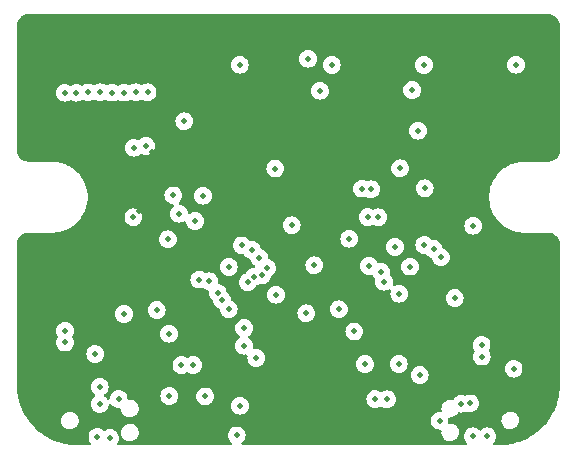
<source format=gbr>
%TF.GenerationSoftware,KiCad,Pcbnew,7.0.7*%
%TF.CreationDate,2023-12-03T17:34:17+00:00*%
%TF.ProjectId,tundraIOExpansion,74756e64-7261-4494-9f45-7870616e7369,rev?*%
%TF.SameCoordinates,Original*%
%TF.FileFunction,Copper,L2,Inr*%
%TF.FilePolarity,Positive*%
%FSLAX46Y46*%
G04 Gerber Fmt 4.6, Leading zero omitted, Abs format (unit mm)*
G04 Created by KiCad (PCBNEW 7.0.7) date 2023-12-03 17:34:17*
%MOMM*%
%LPD*%
G01*
G04 APERTURE LIST*
%TA.AperFunction,ViaPad*%
%ADD10C,0.500000*%
%TD*%
G04 APERTURE END LIST*
D10*
%TO.N,Net-(J2-SWCLK)*%
X154390000Y-92350000D03*
X153430000Y-89580000D03*
%TO.N,GND*%
X151580000Y-91030000D03*
%TO.N,Net-(USB2-Pin_4)*%
X131547312Y-71972688D03*
X131740000Y-88970000D03*
%TO.N,Net-(USB1-Pin_4)*%
X150320000Y-71350000D03*
X149902746Y-87162746D03*
%TO.N,+3V3*%
X147260000Y-60910000D03*
X136790000Y-82470000D03*
X130130000Y-71737500D03*
X142550000Y-65850000D03*
X151080000Y-82460000D03*
X119890000Y-86400000D03*
X130640862Y-81531776D03*
X139460000Y-60910000D03*
X157860000Y-83600000D03*
X127196222Y-68294995D03*
X129290000Y-74980000D03*
X137572700Y-74697300D03*
X138088344Y-78093512D03*
X131660000Y-60900000D03*
X123700000Y-70370000D03*
X152557004Y-74947004D03*
X126160000Y-73310000D03*
X149000000Y-73123624D03*
X153100000Y-65840000D03*
X155050000Y-60880000D03*
X156300000Y-89530000D03*
X141120000Y-76420000D03*
X144620000Y-74910000D03*
X133680000Y-74410000D03*
X145970000Y-81520000D03*
X143230000Y-91910000D03*
X120710000Y-92100000D03*
X156480000Y-76390000D03*
X152560000Y-78080000D03*
%TO.N,GND*%
X131250000Y-79070000D03*
X135040000Y-83180000D03*
X124870000Y-81990000D03*
X119880000Y-83400000D03*
X125683500Y-67910000D03*
X133733572Y-77996416D03*
X150260000Y-60910000D03*
X152870000Y-80650000D03*
X127638858Y-81663223D03*
X126729207Y-67774225D03*
X128710000Y-88930000D03*
X154440000Y-74510000D03*
X134670000Y-60880000D03*
X157850000Y-86610000D03*
X128580000Y-75670000D03*
X139070000Y-74470000D03*
X148240000Y-69660000D03*
X140970000Y-77870000D03*
X149090000Y-77970000D03*
X123670000Y-92490000D03*
X158050000Y-60880000D03*
X144370000Y-83470000D03*
X142450000Y-60900000D03*
X143058858Y-81583223D03*
X143940000Y-75610000D03*
X134680000Y-89760000D03*
X146880000Y-79260000D03*
X129970000Y-65670000D03*
X137680000Y-69670000D03*
X146140000Y-89200000D03*
X140301142Y-81936777D03*
X128677000Y-83660000D03*
X134400000Y-92270000D03*
%TO.N,Net-(U1-VREG_VOUT)*%
X150300000Y-76150000D03*
X148170000Y-80260000D03*
%TO.N,D12-MI_MISO*%
X136072746Y-85702746D03*
X135030000Y-84670000D03*
%TO.N,D11-MI_MOSI*%
X145270000Y-86230000D03*
X146621520Y-78408481D03*
%TO.N,Net-(J3-~{RESET})*%
X124410000Y-89190000D03*
X122620000Y-92400000D03*
%TO.N,Net-(J3-SWCLK)*%
X122810000Y-88140000D03*
X122810000Y-89610000D03*
%TO.N,Net-(J2-SWDIO)*%
X154190000Y-89560000D03*
X155630000Y-92350000D03*
%TO.N,Net-(U1-USB_DM)*%
X151700000Y-77170000D03*
X147130000Y-89210000D03*
%TO.N,Net-(U1-USB_DP)*%
X148120000Y-86220000D03*
X151090000Y-76500000D03*
%TO.N,Net-(U5-USB_DM)*%
X136323976Y-77208064D03*
X129730000Y-86323000D03*
%TO.N,Net-(U5-USB_DP)*%
X135680979Y-76565068D03*
X130725434Y-86319997D03*
%TO.N,Net-(FINGER1-Pin_2)*%
X141450000Y-63080000D03*
X145027827Y-71367120D03*
%TO.N,Net-(FINGER1-Pin_3)*%
X140460000Y-60380000D03*
X145809392Y-71426843D03*
%TO.N,Net-(FINGER3-Pin_2)*%
X145500000Y-73790000D03*
X149260000Y-63030000D03*
%TO.N,Net-(FINGER3-Pin_3)*%
X146400000Y-73800000D03*
X149760000Y-66460000D03*
%TO.N,Net-(FINGER5L1-Pin_2)*%
X125665779Y-73805025D03*
X155160000Y-85590000D03*
X119870000Y-84400000D03*
X129050000Y-71950000D03*
%TO.N,Net-(FINGER5L1-Pin_3)*%
X155140000Y-84610000D03*
X122440000Y-85380000D03*
%TO.N,INTER_RP2040_UART_TX1*%
X147800000Y-76300000D03*
X129520000Y-73500000D03*
%TO.N,INTER_RP2040_UART_RX1*%
X145612254Y-77912254D03*
X130872745Y-74127253D03*
%TO.N,Net-(FingerAux1-Pin_1)*%
X126860000Y-63220000D03*
X133734409Y-81602529D03*
%TO.N,Net-(FingerAux1-Pin_2)*%
X125860000Y-63220000D03*
X133164598Y-80788322D03*
%TO.N,Net-(FingerAux1-Pin_3)*%
X124860000Y-63240000D03*
X132790000Y-80180000D03*
%TO.N,Net-(FingerAux1-Pin_4)*%
X135339786Y-79313989D03*
X123860000Y-63240000D03*
%TO.N,Net-(FingerAux1-Pin_5)*%
X135850000Y-78835465D03*
X122860000Y-63220000D03*
%TO.N,Net-(FingerAux1-Pin_6)*%
X121850000Y-63230000D03*
X137728853Y-80361853D03*
%TO.N,Net-(FingerAux1-Pin_7)*%
X136588221Y-78682524D03*
X120840000Y-63260000D03*
%TO.N,Net-(FingerAux1-Pin_8)*%
X119850000Y-63260000D03*
X136960000Y-78090000D03*
%TO.N,Net-(U5-VREG_VOUT)*%
X134819689Y-76184101D03*
X132064362Y-79225638D03*
%TD*%
%TA.AperFunction,Conductor*%
%TO.N,+3V3*%
G36*
X160782695Y-56590735D02*
G01*
X160825519Y-56594482D01*
X160951769Y-56606918D01*
X160971689Y-56610542D01*
X161038342Y-56628401D01*
X161131581Y-56656686D01*
X161147961Y-56662953D01*
X161215396Y-56694399D01*
X161218355Y-56695878D01*
X161302334Y-56740765D01*
X161308663Y-56744653D01*
X161374843Y-56790993D01*
X161378594Y-56793839D01*
X161450816Y-56853111D01*
X161455316Y-56857189D01*
X161512810Y-56914683D01*
X161516890Y-56919185D01*
X161576153Y-56991399D01*
X161579015Y-56995170D01*
X161625338Y-57061326D01*
X161629233Y-57067667D01*
X161674108Y-57151622D01*
X161675620Y-57154646D01*
X161707037Y-57222019D01*
X161713314Y-57238426D01*
X161713315Y-57238428D01*
X161713316Y-57238429D01*
X161741611Y-57331706D01*
X161759452Y-57398292D01*
X161763080Y-57418230D01*
X161775525Y-57544575D01*
X161779264Y-57587301D01*
X161779500Y-57592709D01*
X161779500Y-68087289D01*
X161779264Y-68092697D01*
X161775523Y-68135445D01*
X161763082Y-68261759D01*
X161759454Y-68281696D01*
X161741603Y-68348321D01*
X161713316Y-68441571D01*
X161707037Y-68457981D01*
X161675614Y-68525366D01*
X161674102Y-68528391D01*
X161629238Y-68612326D01*
X161625343Y-68618666D01*
X161579021Y-68684822D01*
X161576159Y-68688594D01*
X161516887Y-68760816D01*
X161512799Y-68765327D01*
X161455325Y-68822801D01*
X161450813Y-68826890D01*
X161378599Y-68886153D01*
X161374828Y-68889015D01*
X161308672Y-68935338D01*
X161302331Y-68939233D01*
X161218376Y-68984108D01*
X161215352Y-68985620D01*
X161147979Y-69017037D01*
X161131569Y-69023316D01*
X161038293Y-69051611D01*
X160971705Y-69069452D01*
X160951768Y-69073080D01*
X160825424Y-69085525D01*
X160785181Y-69089046D01*
X160782696Y-69089264D01*
X160777290Y-69089500D01*
X158611489Y-69089500D01*
X158423679Y-69110661D01*
X158420342Y-69110946D01*
X158338923Y-69115687D01*
X158318930Y-69122463D01*
X158276615Y-69127231D01*
X158276602Y-69127233D01*
X158077745Y-69172621D01*
X158074715Y-69173234D01*
X157999646Y-69186470D01*
X157983266Y-69194185D01*
X157948042Y-69202225D01*
X157739920Y-69275049D01*
X157737225Y-69275924D01*
X157670765Y-69295821D01*
X157657969Y-69303726D01*
X157639772Y-69310093D01*
X157629940Y-69313534D01*
X157629937Y-69313535D01*
X157413405Y-69417812D01*
X157356610Y-69442311D01*
X157347269Y-69449662D01*
X157326314Y-69459754D01*
X157104904Y-69598875D01*
X157061359Y-69624015D01*
X157055205Y-69630103D01*
X157040961Y-69639053D01*
X157040956Y-69639056D01*
X156817080Y-69817592D01*
X156788949Y-69838534D01*
X156785604Y-69842692D01*
X156777483Y-69849168D01*
X156777479Y-69849172D01*
X156553647Y-70073005D01*
X156543028Y-70083024D01*
X156541993Y-70084659D01*
X156539172Y-70087480D01*
X156329053Y-70350962D01*
X156149752Y-70636316D01*
X156003532Y-70939945D01*
X155892227Y-71258034D01*
X155892223Y-71258046D01*
X155817233Y-71586602D01*
X155817231Y-71586618D01*
X155779500Y-71921491D01*
X155779500Y-72258508D01*
X155817231Y-72593381D01*
X155817233Y-72593397D01*
X155892223Y-72921953D01*
X155892227Y-72921965D01*
X156003532Y-73240054D01*
X156149752Y-73543683D01*
X156149754Y-73543686D01*
X156329054Y-73829039D01*
X156443926Y-73973084D01*
X156539174Y-74092522D01*
X156541983Y-74095331D01*
X156542724Y-74096688D01*
X156553606Y-74106954D01*
X156682965Y-74236313D01*
X156777477Y-74330825D01*
X156785595Y-74337299D01*
X156788046Y-74340792D01*
X156817054Y-74362387D01*
X157040961Y-74540946D01*
X157044610Y-74543239D01*
X157055202Y-74549895D01*
X157059779Y-74555070D01*
X157104876Y-74581106D01*
X157326311Y-74720244D01*
X157326316Y-74720247D01*
X157347263Y-74730335D01*
X157354304Y-74736692D01*
X157413381Y-74762176D01*
X157525643Y-74816238D01*
X157629949Y-74866469D01*
X157657965Y-74876272D01*
X157667712Y-74883262D01*
X157737206Y-74904068D01*
X157739884Y-74904937D01*
X157822041Y-74933685D01*
X157948034Y-74977772D01*
X157948032Y-74977772D01*
X157948039Y-74977773D01*
X157948046Y-74977776D01*
X157983258Y-74985812D01*
X157995856Y-74992859D01*
X158074686Y-75006759D01*
X158077713Y-75007371D01*
X158276606Y-75052767D01*
X158276610Y-75052767D01*
X158276619Y-75052769D01*
X158318894Y-75057532D01*
X158334400Y-75064047D01*
X158420323Y-75069051D01*
X158423657Y-75069335D01*
X158611492Y-75090499D01*
X158611493Y-75090500D01*
X158611496Y-75090500D01*
X158779901Y-75090500D01*
X160777293Y-75090500D01*
X160782695Y-75090735D01*
X160825519Y-75094482D01*
X160951769Y-75106918D01*
X160971689Y-75110542D01*
X161038342Y-75128401D01*
X161131581Y-75156686D01*
X161147961Y-75162953D01*
X161215396Y-75194399D01*
X161218355Y-75195878D01*
X161302334Y-75240765D01*
X161308663Y-75244653D01*
X161374843Y-75290993D01*
X161378594Y-75293839D01*
X161450816Y-75353111D01*
X161455316Y-75357189D01*
X161512810Y-75414683D01*
X161516890Y-75419185D01*
X161576153Y-75491399D01*
X161579015Y-75495170D01*
X161625338Y-75561326D01*
X161629233Y-75567667D01*
X161674108Y-75651622D01*
X161675620Y-75654646D01*
X161707037Y-75722019D01*
X161713314Y-75738426D01*
X161713315Y-75738428D01*
X161713316Y-75738429D01*
X161741611Y-75831706D01*
X161759452Y-75898292D01*
X161763080Y-75918230D01*
X161775525Y-76044575D01*
X161779264Y-76087301D01*
X161779500Y-76092709D01*
X161779500Y-87968999D01*
X161770512Y-88186288D01*
X161761390Y-88395194D01*
X161760973Y-88400160D01*
X161733662Y-88619271D01*
X161706346Y-88826752D01*
X161705557Y-88831384D01*
X161660215Y-89047634D01*
X161614897Y-89252046D01*
X161613789Y-89256318D01*
X161550700Y-89468233D01*
X161487706Y-89668020D01*
X161486334Y-89671914D01*
X161405911Y-89878022D01*
X161325704Y-90071656D01*
X161324124Y-90075160D01*
X161226895Y-90274048D01*
X161130048Y-90460087D01*
X161128315Y-90463195D01*
X161014933Y-90653478D01*
X160902169Y-90830482D01*
X160900337Y-90833197D01*
X160771547Y-91013578D01*
X160643683Y-91180214D01*
X160641806Y-91182541D01*
X160498484Y-91351761D01*
X160355584Y-91507709D01*
X160197710Y-91665583D01*
X160041760Y-91808484D01*
X159872551Y-91951797D01*
X159870224Y-91953673D01*
X159703575Y-92081550D01*
X159523213Y-92210326D01*
X159520498Y-92212158D01*
X159343459Y-92324944D01*
X159153208Y-92438307D01*
X159150099Y-92440041D01*
X158964016Y-92536910D01*
X158765181Y-92634115D01*
X158761676Y-92635695D01*
X158567981Y-92715927D01*
X158361927Y-92796329D01*
X158358033Y-92797701D01*
X158158176Y-92860717D01*
X157946331Y-92923785D01*
X157942058Y-92924893D01*
X157737551Y-92970232D01*
X157521397Y-93015554D01*
X157516765Y-93016343D01*
X157309062Y-93043688D01*
X157090182Y-93070971D01*
X157085216Y-93071388D01*
X156875875Y-93080530D01*
X156659000Y-93089500D01*
X156251229Y-93089500D01*
X156184190Y-93069815D01*
X156138435Y-93017011D01*
X156128491Y-92947853D01*
X156157516Y-92884297D01*
X156163548Y-92877819D01*
X156180892Y-92860475D01*
X156220477Y-92820890D01*
X156235910Y-92796329D01*
X156310452Y-92677697D01*
X156310454Y-92677694D01*
X156310454Y-92677692D01*
X156310456Y-92677690D01*
X156366313Y-92518059D01*
X156366313Y-92518058D01*
X156366314Y-92518056D01*
X156385249Y-92350002D01*
X156385249Y-92349997D01*
X156366314Y-92181943D01*
X156310454Y-92022305D01*
X156310452Y-92022302D01*
X156220481Y-91879115D01*
X156220476Y-91879109D01*
X156100890Y-91759523D01*
X156100884Y-91759518D01*
X155957697Y-91669547D01*
X155957694Y-91669545D01*
X155798056Y-91613685D01*
X155630003Y-91594751D01*
X155629997Y-91594751D01*
X155461943Y-91613685D01*
X155302305Y-91669545D01*
X155302302Y-91669547D01*
X155159115Y-91759518D01*
X155097681Y-91820952D01*
X155036357Y-91854436D01*
X154966666Y-91849451D01*
X154922319Y-91820952D01*
X154895076Y-91793709D01*
X154860890Y-91759523D01*
X154860887Y-91759521D01*
X154860886Y-91759520D01*
X154860884Y-91759518D01*
X154717697Y-91669547D01*
X154717694Y-91669545D01*
X154558056Y-91613685D01*
X154390003Y-91594751D01*
X154389997Y-91594751D01*
X154221943Y-91613685D01*
X154062305Y-91669545D01*
X154062302Y-91669547D01*
X153919115Y-91759518D01*
X153919109Y-91759523D01*
X153799523Y-91879109D01*
X153799518Y-91879115D01*
X153709547Y-92022302D01*
X153709545Y-92022305D01*
X153653685Y-92181943D01*
X153634751Y-92349997D01*
X153634751Y-92350002D01*
X153653685Y-92518056D01*
X153709545Y-92677694D01*
X153709547Y-92677697D01*
X153799518Y-92820884D01*
X153799523Y-92820890D01*
X153856452Y-92877819D01*
X153889937Y-92939142D01*
X153884953Y-93008834D01*
X153843081Y-93064767D01*
X153777617Y-93089184D01*
X153768771Y-93089500D01*
X134936815Y-93089500D01*
X134869776Y-93069815D01*
X134824021Y-93017011D01*
X134814077Y-92947853D01*
X134843102Y-92884297D01*
X134865593Y-92865008D01*
X134865444Y-92864820D01*
X134870714Y-92860616D01*
X134870843Y-92860506D01*
X134870890Y-92860477D01*
X134990477Y-92740890D01*
X134996318Y-92731594D01*
X135080452Y-92597697D01*
X135080454Y-92597694D01*
X135080454Y-92597692D01*
X135080456Y-92597690D01*
X135136313Y-92438059D01*
X135136313Y-92438058D01*
X135136314Y-92438056D01*
X135155249Y-92269999D01*
X135155249Y-92269997D01*
X135136314Y-92101943D01*
X135094463Y-91982340D01*
X135080456Y-91942310D01*
X135080455Y-91942309D01*
X135080454Y-91942305D01*
X135080452Y-91942302D01*
X134990481Y-91799115D01*
X134990476Y-91799109D01*
X134870890Y-91679523D01*
X134870884Y-91679518D01*
X134727697Y-91589547D01*
X134727694Y-91589545D01*
X134568056Y-91533685D01*
X134400003Y-91514751D01*
X134399997Y-91514751D01*
X134231943Y-91533685D01*
X134072305Y-91589545D01*
X134072302Y-91589547D01*
X133929115Y-91679518D01*
X133929109Y-91679523D01*
X133809523Y-91799109D01*
X133809518Y-91799115D01*
X133719547Y-91942302D01*
X133719545Y-91942305D01*
X133663685Y-92101943D01*
X133644751Y-92269997D01*
X133644751Y-92269999D01*
X133663685Y-92438056D01*
X133719545Y-92597694D01*
X133719547Y-92597697D01*
X133809518Y-92740884D01*
X133809523Y-92740890D01*
X133929110Y-92860477D01*
X133929155Y-92860505D01*
X133929177Y-92860530D01*
X133934556Y-92864820D01*
X133933804Y-92865761D01*
X133975447Y-92912838D01*
X133986097Y-92981891D01*
X133957724Y-93045740D01*
X133899335Y-93084114D01*
X133863185Y-93089500D01*
X124404027Y-93089500D01*
X124336988Y-93069815D01*
X124291233Y-93017011D01*
X124281289Y-92947853D01*
X124299034Y-92899527D01*
X124350454Y-92817693D01*
X124350453Y-92817693D01*
X124350456Y-92817690D01*
X124406313Y-92658059D01*
X124406313Y-92658058D01*
X124406314Y-92658056D01*
X124425249Y-92490002D01*
X124425249Y-92489997D01*
X124406314Y-92321943D01*
X124375860Y-92234913D01*
X124350456Y-92162310D01*
X124350455Y-92162309D01*
X124350454Y-92162305D01*
X124350452Y-92162302D01*
X124292241Y-92069660D01*
X124620393Y-92069660D01*
X124632918Y-92140690D01*
X124649008Y-92231943D01*
X124650668Y-92241354D01*
X124719721Y-92401438D01*
X124719722Y-92401440D01*
X124719724Y-92401443D01*
X124806540Y-92518056D01*
X124823832Y-92541283D01*
X124957386Y-92653349D01*
X125113185Y-92731594D01*
X125282829Y-92771800D01*
X125282831Y-92771800D01*
X125413429Y-92771800D01*
X125413436Y-92771800D01*
X125543164Y-92756637D01*
X125706993Y-92697008D01*
X125852654Y-92601205D01*
X125972296Y-92474393D01*
X126059467Y-92323407D01*
X126109469Y-92156388D01*
X126119607Y-91982340D01*
X126089332Y-91810646D01*
X126020279Y-91650562D01*
X126010442Y-91637349D01*
X125952993Y-91560181D01*
X125916168Y-91510717D01*
X125912584Y-91507710D01*
X125782614Y-91398651D01*
X125782612Y-91398650D01*
X125626818Y-91320407D01*
X125626816Y-91320406D01*
X125626815Y-91320406D01*
X125457171Y-91280200D01*
X125326564Y-91280200D01*
X125213051Y-91293467D01*
X125196835Y-91295363D01*
X125196832Y-91295364D01*
X125033008Y-91354991D01*
X125033004Y-91354993D01*
X124887348Y-91450792D01*
X124887347Y-91450793D01*
X124767706Y-91577603D01*
X124767703Y-91577609D01*
X124680534Y-91728590D01*
X124680533Y-91728592D01*
X124680533Y-91728593D01*
X124676928Y-91740635D01*
X124630531Y-91895610D01*
X124630530Y-91895616D01*
X124623151Y-92022305D01*
X124620393Y-92069660D01*
X124292241Y-92069660D01*
X124260481Y-92019115D01*
X124260476Y-92019109D01*
X124140890Y-91899523D01*
X124140884Y-91899518D01*
X123997697Y-91809547D01*
X123997694Y-91809545D01*
X123838056Y-91753685D01*
X123670003Y-91734751D01*
X123669997Y-91734751D01*
X123501943Y-91753685D01*
X123342307Y-91809545D01*
X123271650Y-91853942D01*
X123204413Y-91872942D01*
X123137578Y-91852574D01*
X123117997Y-91836629D01*
X123090891Y-91809523D01*
X122947692Y-91719545D01*
X122947691Y-91719544D01*
X122947690Y-91719544D01*
X122909370Y-91706135D01*
X122788056Y-91663685D01*
X122620003Y-91644751D01*
X122619997Y-91644751D01*
X122451943Y-91663685D01*
X122292305Y-91719545D01*
X122292302Y-91719547D01*
X122149115Y-91809518D01*
X122149109Y-91809523D01*
X122029523Y-91929109D01*
X122029518Y-91929115D01*
X121939547Y-92072302D01*
X121939545Y-92072305D01*
X121883685Y-92231943D01*
X121864751Y-92399997D01*
X121864751Y-92400002D01*
X121883685Y-92568056D01*
X121939545Y-92727694D01*
X121939547Y-92727697D01*
X122029518Y-92870884D01*
X122029523Y-92870890D01*
X122036452Y-92877819D01*
X122069937Y-92939142D01*
X122064953Y-93008834D01*
X122023081Y-93064767D01*
X121957617Y-93089184D01*
X121948771Y-93089500D01*
X120901000Y-93089500D01*
X120683711Y-93080512D01*
X120474804Y-93071390D01*
X120469838Y-93070973D01*
X120250728Y-93043662D01*
X120043246Y-93016346D01*
X120038614Y-93015557D01*
X119822365Y-92970215D01*
X119617952Y-92924897D01*
X119613680Y-92923789D01*
X119401766Y-92860700D01*
X119201978Y-92797706D01*
X119198084Y-92796334D01*
X118991977Y-92715911D01*
X118798342Y-92635704D01*
X118794838Y-92634124D01*
X118595951Y-92536895D01*
X118409911Y-92440049D01*
X118406803Y-92438315D01*
X118216530Y-92324938D01*
X118039488Y-92212150D01*
X118036815Y-92210346D01*
X117884984Y-92101941D01*
X117856421Y-92081547D01*
X117689785Y-91953683D01*
X117687473Y-91951819D01*
X117518237Y-91808483D01*
X117492881Y-91785249D01*
X117362289Y-91665583D01*
X117204416Y-91507710D01*
X117092379Y-91385443D01*
X117061512Y-91351757D01*
X116954452Y-91225352D01*
X116918193Y-91182541D01*
X116916325Y-91180224D01*
X116819207Y-91053659D01*
X119540393Y-91053659D01*
X119565854Y-91198056D01*
X119570668Y-91225354D01*
X119639721Y-91385438D01*
X119639722Y-91385440D01*
X119639724Y-91385443D01*
X119725672Y-91500890D01*
X119743832Y-91525283D01*
X119877386Y-91637349D01*
X120033185Y-91715594D01*
X120202829Y-91755800D01*
X120202831Y-91755800D01*
X120333429Y-91755800D01*
X120333436Y-91755800D01*
X120463164Y-91740637D01*
X120626993Y-91681008D01*
X120772654Y-91585205D01*
X120892296Y-91458393D01*
X120979467Y-91307407D01*
X121029469Y-91140388D01*
X121035899Y-91030002D01*
X150824751Y-91030002D01*
X150843685Y-91198056D01*
X150899545Y-91357694D01*
X150899547Y-91357697D01*
X150989518Y-91500884D01*
X150989523Y-91500890D01*
X151109109Y-91620476D01*
X151109115Y-91620481D01*
X151252302Y-91710452D01*
X151252305Y-91710454D01*
X151252309Y-91710455D01*
X151252310Y-91710456D01*
X151324913Y-91735860D01*
X151411943Y-91766314D01*
X151579997Y-91785249D01*
X151580000Y-91785249D01*
X151580001Y-91785249D01*
X151594978Y-91783561D01*
X151611896Y-91781655D01*
X151680718Y-91793709D01*
X151732098Y-91841057D01*
X151749723Y-91908668D01*
X151749571Y-91912085D01*
X151743151Y-92022305D01*
X151740393Y-92069660D01*
X151752918Y-92140690D01*
X151769008Y-92231943D01*
X151770668Y-92241354D01*
X151839721Y-92401438D01*
X151839722Y-92401440D01*
X151839724Y-92401443D01*
X151926540Y-92518056D01*
X151943832Y-92541283D01*
X152077386Y-92653349D01*
X152233185Y-92731594D01*
X152402829Y-92771800D01*
X152402831Y-92771800D01*
X152533429Y-92771800D01*
X152533436Y-92771800D01*
X152663164Y-92756637D01*
X152826993Y-92697008D01*
X152972654Y-92601205D01*
X153092296Y-92474393D01*
X153179467Y-92323407D01*
X153229469Y-92156388D01*
X153239607Y-91982340D01*
X153209332Y-91810646D01*
X153140279Y-91650562D01*
X153130442Y-91637349D01*
X153072993Y-91560181D01*
X153036168Y-91510717D01*
X153032584Y-91507710D01*
X152902614Y-91398651D01*
X152902612Y-91398650D01*
X152746818Y-91320407D01*
X152746816Y-91320406D01*
X152746815Y-91320406D01*
X152577171Y-91280200D01*
X152446564Y-91280200D01*
X152445814Y-91280200D01*
X152378775Y-91260515D01*
X152333020Y-91207711D01*
X152322594Y-91142316D01*
X152332583Y-91053659D01*
X156820393Y-91053659D01*
X156845854Y-91198056D01*
X156850668Y-91225354D01*
X156919721Y-91385438D01*
X156919722Y-91385440D01*
X156919724Y-91385443D01*
X157005672Y-91500890D01*
X157023832Y-91525283D01*
X157157386Y-91637349D01*
X157313185Y-91715594D01*
X157482829Y-91755800D01*
X157482831Y-91755800D01*
X157613429Y-91755800D01*
X157613436Y-91755800D01*
X157743164Y-91740637D01*
X157906993Y-91681008D01*
X158052654Y-91585205D01*
X158172296Y-91458393D01*
X158259467Y-91307407D01*
X158309469Y-91140388D01*
X158319607Y-90966340D01*
X158289332Y-90794646D01*
X158220279Y-90634562D01*
X158210442Y-90621349D01*
X158152993Y-90544181D01*
X158116168Y-90494717D01*
X157982614Y-90382651D01*
X157947964Y-90365249D01*
X157826818Y-90304407D01*
X157826816Y-90304406D01*
X157826815Y-90304406D01*
X157657171Y-90264200D01*
X157526564Y-90264200D01*
X157413051Y-90277467D01*
X157396835Y-90279363D01*
X157396832Y-90279364D01*
X157233008Y-90338991D01*
X157233004Y-90338993D01*
X157087348Y-90434792D01*
X157087347Y-90434793D01*
X156967706Y-90561603D01*
X156967703Y-90561609D01*
X156880534Y-90712590D01*
X156830531Y-90879610D01*
X156830530Y-90879616D01*
X156820393Y-91053659D01*
X152332583Y-91053659D01*
X152335249Y-91030002D01*
X152335249Y-91029997D01*
X152318087Y-90877684D01*
X152330141Y-90808862D01*
X152377490Y-90757482D01*
X152441307Y-90739800D01*
X152533429Y-90739800D01*
X152533436Y-90739800D01*
X152663164Y-90724637D01*
X152826993Y-90665008D01*
X152972654Y-90569205D01*
X153092296Y-90442393D01*
X153130607Y-90376034D01*
X153181172Y-90327821D01*
X153249779Y-90314597D01*
X153256910Y-90315746D01*
X153261940Y-90316312D01*
X153261941Y-90316313D01*
X153305916Y-90321267D01*
X153429997Y-90335249D01*
X153430000Y-90335249D01*
X153430003Y-90335249D01*
X153530835Y-90323887D01*
X153598059Y-90316313D01*
X153757690Y-90260456D01*
X153764992Y-90255867D01*
X153832226Y-90236866D01*
X153871920Y-90243819D01*
X154021939Y-90296313D01*
X154189997Y-90315249D01*
X154190000Y-90315249D01*
X154190003Y-90315249D01*
X154358056Y-90296314D01*
X154372074Y-90291409D01*
X154517690Y-90240456D01*
X154517692Y-90240454D01*
X154517694Y-90240454D01*
X154517697Y-90240452D01*
X154660884Y-90150481D01*
X154660885Y-90150480D01*
X154660890Y-90150477D01*
X154780477Y-90030890D01*
X154780481Y-90030884D01*
X154870452Y-89887697D01*
X154870454Y-89887694D01*
X154870454Y-89887692D01*
X154870456Y-89887690D01*
X154926313Y-89728059D01*
X154926313Y-89728058D01*
X154926314Y-89728056D01*
X154945249Y-89560002D01*
X154945249Y-89559997D01*
X154926314Y-89391943D01*
X154878857Y-89256318D01*
X154870456Y-89232310D01*
X154870455Y-89232309D01*
X154870454Y-89232305D01*
X154870452Y-89232302D01*
X154780481Y-89089115D01*
X154780476Y-89089109D01*
X154660890Y-88969523D01*
X154660884Y-88969518D01*
X154517697Y-88879547D01*
X154517694Y-88879545D01*
X154358056Y-88823685D01*
X154190003Y-88804751D01*
X154189997Y-88804751D01*
X154021943Y-88823685D01*
X153862306Y-88879545D01*
X153855002Y-88884135D01*
X153787764Y-88903132D01*
X153748080Y-88896181D01*
X153598057Y-88843686D01*
X153430003Y-88824751D01*
X153429997Y-88824751D01*
X153261943Y-88843685D01*
X153102305Y-88899545D01*
X153102302Y-88899547D01*
X152959115Y-88989518D01*
X152959109Y-88989523D01*
X152839523Y-89109109D01*
X152818656Y-89142319D01*
X152782412Y-89200002D01*
X152776673Y-89209135D01*
X152724338Y-89255426D01*
X152655284Y-89266074D01*
X152643084Y-89263821D01*
X152577171Y-89248200D01*
X152446564Y-89248200D01*
X152333051Y-89261467D01*
X152316835Y-89263363D01*
X152316832Y-89263364D01*
X152153008Y-89322991D01*
X152153004Y-89322993D01*
X152007348Y-89418792D01*
X152007347Y-89418793D01*
X151887706Y-89545603D01*
X151887704Y-89545607D01*
X151879119Y-89560477D01*
X151800534Y-89696590D01*
X151750531Y-89863610D01*
X151750530Y-89863616D01*
X151740393Y-90037659D01*
X151740393Y-90037660D01*
X151757499Y-90134674D01*
X151749755Y-90204113D01*
X151705698Y-90258342D01*
X151639317Y-90280144D01*
X151621501Y-90279426D01*
X151580005Y-90274751D01*
X151579997Y-90274751D01*
X151411943Y-90293685D01*
X151252305Y-90349545D01*
X151252302Y-90349547D01*
X151109115Y-90439518D01*
X151109109Y-90439523D01*
X150989523Y-90559109D01*
X150989518Y-90559115D01*
X150899547Y-90702302D01*
X150899545Y-90702305D01*
X150843685Y-90861943D01*
X150824751Y-91029997D01*
X150824751Y-91030002D01*
X121035899Y-91030002D01*
X121039607Y-90966340D01*
X121009332Y-90794646D01*
X120940279Y-90634562D01*
X120930442Y-90621349D01*
X120872993Y-90544181D01*
X120836168Y-90494717D01*
X120702614Y-90382651D01*
X120667964Y-90365249D01*
X120546818Y-90304407D01*
X120546816Y-90304406D01*
X120546815Y-90304406D01*
X120377171Y-90264200D01*
X120246564Y-90264200D01*
X120133051Y-90277467D01*
X120116835Y-90279363D01*
X120116832Y-90279364D01*
X119953008Y-90338991D01*
X119953004Y-90338993D01*
X119807348Y-90434792D01*
X119807347Y-90434793D01*
X119687706Y-90561603D01*
X119687703Y-90561609D01*
X119600534Y-90712590D01*
X119550531Y-90879610D01*
X119550530Y-90879616D01*
X119540393Y-91053659D01*
X116819207Y-91053659D01*
X116801054Y-91030002D01*
X116788452Y-91013578D01*
X116659645Y-90833173D01*
X116657866Y-90830536D01*
X116545061Y-90653469D01*
X116459145Y-90509283D01*
X116431691Y-90463208D01*
X116429957Y-90460099D01*
X116420741Y-90442396D01*
X116382762Y-90369437D01*
X116333089Y-90274016D01*
X116264969Y-90134674D01*
X116235880Y-90075174D01*
X116234303Y-90071676D01*
X116217406Y-90030884D01*
X116154078Y-89877998D01*
X116073662Y-89671909D01*
X116072297Y-89668033D01*
X116054000Y-89610002D01*
X122054751Y-89610002D01*
X122073685Y-89778056D01*
X122129545Y-89937694D01*
X122129547Y-89937697D01*
X122219518Y-90080884D01*
X122219523Y-90080890D01*
X122339109Y-90200476D01*
X122339115Y-90200481D01*
X122482302Y-90290452D01*
X122482305Y-90290454D01*
X122482309Y-90290455D01*
X122482310Y-90290456D01*
X122522177Y-90304406D01*
X122641943Y-90346314D01*
X122809997Y-90365249D01*
X122810000Y-90365249D01*
X122810003Y-90365249D01*
X122978056Y-90346314D01*
X123030906Y-90327821D01*
X123137690Y-90290456D01*
X123137692Y-90290454D01*
X123137694Y-90290454D01*
X123137697Y-90290452D01*
X123280884Y-90200481D01*
X123280885Y-90200480D01*
X123280890Y-90200477D01*
X123400477Y-90080890D01*
X123404064Y-90075181D01*
X123490452Y-89937697D01*
X123490454Y-89937694D01*
X123490454Y-89937692D01*
X123490456Y-89937690D01*
X123546313Y-89778059D01*
X123546313Y-89778057D01*
X123546314Y-89778055D01*
X123559373Y-89662153D01*
X123586439Y-89597739D01*
X123644034Y-89558183D01*
X123713871Y-89556046D01*
X123773777Y-89592004D01*
X123787585Y-89610062D01*
X123801134Y-89631624D01*
X123819523Y-89660890D01*
X123939109Y-89780476D01*
X123939115Y-89780481D01*
X124082302Y-89870452D01*
X124082305Y-89870454D01*
X124082309Y-89870455D01*
X124082310Y-89870456D01*
X124110883Y-89880454D01*
X124241943Y-89926314D01*
X124409997Y-89945249D01*
X124410000Y-89945249D01*
X124410001Y-89945249D01*
X124422663Y-89943822D01*
X124484547Y-89936849D01*
X124553368Y-89948903D01*
X124604748Y-89996251D01*
X124620547Y-90038536D01*
X124640286Y-90150476D01*
X124650668Y-90209354D01*
X124719721Y-90369438D01*
X124719722Y-90369440D01*
X124719724Y-90369443D01*
X124789530Y-90463208D01*
X124823832Y-90509283D01*
X124957386Y-90621349D01*
X125113185Y-90699594D01*
X125282829Y-90739800D01*
X125282831Y-90739800D01*
X125413429Y-90739800D01*
X125413436Y-90739800D01*
X125543164Y-90724637D01*
X125706993Y-90665008D01*
X125852654Y-90569205D01*
X125972296Y-90442393D01*
X126059467Y-90291407D01*
X126109469Y-90124388D01*
X126119607Y-89950340D01*
X126089332Y-89778646D01*
X126081290Y-89760002D01*
X133924751Y-89760002D01*
X133943685Y-89928056D01*
X133999545Y-90087694D01*
X133999547Y-90087697D01*
X134089518Y-90230884D01*
X134089523Y-90230890D01*
X134209109Y-90350476D01*
X134209115Y-90350481D01*
X134352302Y-90440452D01*
X134352305Y-90440454D01*
X134352309Y-90440455D01*
X134352310Y-90440456D01*
X134408447Y-90460099D01*
X134511943Y-90496314D01*
X134679997Y-90515249D01*
X134680000Y-90515249D01*
X134680003Y-90515249D01*
X134848056Y-90496314D01*
X134852623Y-90494716D01*
X135007690Y-90440456D01*
X135007692Y-90440454D01*
X135007694Y-90440454D01*
X135007697Y-90440452D01*
X135150884Y-90350481D01*
X135150885Y-90350480D01*
X135150890Y-90350477D01*
X135270477Y-90230890D01*
X135284009Y-90209354D01*
X135360452Y-90087697D01*
X135360454Y-90087694D01*
X135360454Y-90087692D01*
X135360456Y-90087690D01*
X135416313Y-89928059D01*
X135416313Y-89928058D01*
X135416314Y-89928056D01*
X135435249Y-89760002D01*
X135435249Y-89759997D01*
X135416314Y-89591943D01*
X135372997Y-89468150D01*
X135360456Y-89432310D01*
X135360455Y-89432309D01*
X135360454Y-89432305D01*
X135360452Y-89432302D01*
X135270481Y-89289115D01*
X135270476Y-89289109D01*
X135181369Y-89200002D01*
X145384751Y-89200002D01*
X145403685Y-89368056D01*
X145459545Y-89527694D01*
X145459547Y-89527697D01*
X145549518Y-89670884D01*
X145549523Y-89670890D01*
X145669109Y-89790476D01*
X145669115Y-89790481D01*
X145812302Y-89880452D01*
X145812305Y-89880454D01*
X145812309Y-89880455D01*
X145812310Y-89880456D01*
X145840883Y-89890454D01*
X145971943Y-89936314D01*
X146139997Y-89955249D01*
X146140000Y-89955249D01*
X146140003Y-89955249D01*
X146308056Y-89936314D01*
X146308059Y-89936313D01*
X146467690Y-89880456D01*
X146561071Y-89821780D01*
X146628305Y-89802780D01*
X146693014Y-89821780D01*
X146797914Y-89887694D01*
X146802307Y-89890454D01*
X146802305Y-89890454D01*
X146802309Y-89890455D01*
X146802310Y-89890456D01*
X146854946Y-89908874D01*
X146961943Y-89946314D01*
X147129997Y-89965249D01*
X147130000Y-89965249D01*
X147130003Y-89965249D01*
X147298056Y-89946314D01*
X147322682Y-89937697D01*
X147457690Y-89890456D01*
X147457692Y-89890454D01*
X147457694Y-89890454D01*
X147457697Y-89890452D01*
X147600884Y-89800481D01*
X147600885Y-89800480D01*
X147600890Y-89800477D01*
X147720477Y-89680890D01*
X147726117Y-89671914D01*
X147810452Y-89537697D01*
X147810454Y-89537694D01*
X147810454Y-89537692D01*
X147810456Y-89537690D01*
X147866313Y-89378059D01*
X147866313Y-89378058D01*
X147866314Y-89378056D01*
X147885249Y-89210002D01*
X147885249Y-89209997D01*
X147866314Y-89041943D01*
X147816486Y-88899544D01*
X147810456Y-88882310D01*
X147810455Y-88882309D01*
X147810454Y-88882305D01*
X147810452Y-88882302D01*
X147720481Y-88739115D01*
X147720476Y-88739109D01*
X147600890Y-88619523D01*
X147600884Y-88619518D01*
X147457697Y-88529547D01*
X147457694Y-88529545D01*
X147298056Y-88473685D01*
X147130003Y-88454751D01*
X147129997Y-88454751D01*
X146961943Y-88473685D01*
X146802307Y-88529545D01*
X146708929Y-88588219D01*
X146641692Y-88607219D01*
X146576985Y-88588219D01*
X146467692Y-88519545D01*
X146467691Y-88519544D01*
X146467690Y-88519544D01*
X146409290Y-88499109D01*
X146308056Y-88463685D01*
X146140003Y-88444751D01*
X146139997Y-88444751D01*
X145971943Y-88463685D01*
X145812305Y-88519545D01*
X145812302Y-88519547D01*
X145669115Y-88609518D01*
X145669109Y-88609523D01*
X145549523Y-88729109D01*
X145549518Y-88729115D01*
X145459547Y-88872302D01*
X145459545Y-88872305D01*
X145403685Y-89031943D01*
X145384751Y-89199997D01*
X145384751Y-89200002D01*
X135181369Y-89200002D01*
X135150890Y-89169523D01*
X135150884Y-89169518D01*
X135007697Y-89079547D01*
X135007694Y-89079545D01*
X134848056Y-89023685D01*
X134680003Y-89004751D01*
X134679997Y-89004751D01*
X134511943Y-89023685D01*
X134352305Y-89079545D01*
X134352302Y-89079547D01*
X134209115Y-89169518D01*
X134209109Y-89169523D01*
X134089523Y-89289109D01*
X134089518Y-89289115D01*
X133999547Y-89432302D01*
X133999545Y-89432305D01*
X133943685Y-89591943D01*
X133924751Y-89759997D01*
X133924751Y-89760002D01*
X126081290Y-89760002D01*
X126020279Y-89618562D01*
X126014244Y-89610456D01*
X125916167Y-89478716D01*
X125782614Y-89366651D01*
X125782612Y-89366650D01*
X125626818Y-89288407D01*
X125626816Y-89288406D01*
X125626815Y-89288406D01*
X125457171Y-89248200D01*
X125326564Y-89248200D01*
X125326563Y-89248200D01*
X125297489Y-89251598D01*
X125228618Y-89239828D01*
X125177044Y-89192691D01*
X125159877Y-89142319D01*
X125146314Y-89021944D01*
X125140298Y-89004751D01*
X125114142Y-88930002D01*
X127954751Y-88930002D01*
X127973685Y-89098056D01*
X128029545Y-89257694D01*
X128029547Y-89257697D01*
X128119518Y-89400884D01*
X128119523Y-89400890D01*
X128239109Y-89520476D01*
X128239115Y-89520481D01*
X128382302Y-89610452D01*
X128382305Y-89610454D01*
X128382309Y-89610455D01*
X128382310Y-89610456D01*
X128405459Y-89618556D01*
X128541943Y-89666314D01*
X128709997Y-89685249D01*
X128710000Y-89685249D01*
X128710003Y-89685249D01*
X128878056Y-89666314D01*
X128878059Y-89666313D01*
X129037690Y-89610456D01*
X129037692Y-89610454D01*
X129037694Y-89610454D01*
X129037697Y-89610452D01*
X129180884Y-89520481D01*
X129180885Y-89520480D01*
X129180890Y-89520477D01*
X129300477Y-89400890D01*
X129327390Y-89358059D01*
X129390452Y-89257697D01*
X129390454Y-89257694D01*
X129390454Y-89257692D01*
X129390456Y-89257690D01*
X129446313Y-89098059D01*
X129446313Y-89098058D01*
X129446314Y-89098056D01*
X129460742Y-88970002D01*
X130984751Y-88970002D01*
X131003685Y-89138056D01*
X131059545Y-89297694D01*
X131059547Y-89297697D01*
X131149518Y-89440884D01*
X131149523Y-89440890D01*
X131269109Y-89560476D01*
X131269115Y-89560481D01*
X131412302Y-89650452D01*
X131412305Y-89650454D01*
X131412309Y-89650455D01*
X131412310Y-89650456D01*
X131470690Y-89670884D01*
X131571943Y-89706314D01*
X131739997Y-89725249D01*
X131740000Y-89725249D01*
X131740003Y-89725249D01*
X131908056Y-89706314D01*
X131935837Y-89696593D01*
X132067690Y-89650456D01*
X132067692Y-89650454D01*
X132067694Y-89650454D01*
X132067697Y-89650452D01*
X132210884Y-89560481D01*
X132210885Y-89560480D01*
X132210890Y-89560477D01*
X132330477Y-89440890D01*
X132335868Y-89432310D01*
X132420452Y-89297697D01*
X132420454Y-89297694D01*
X132420454Y-89297692D01*
X132420456Y-89297690D01*
X132476313Y-89138059D01*
X132476313Y-89138058D01*
X132476314Y-89138056D01*
X132495249Y-88970002D01*
X132495249Y-88969997D01*
X132476314Y-88801943D01*
X132420454Y-88642305D01*
X132420452Y-88642302D01*
X132330481Y-88499115D01*
X132330476Y-88499109D01*
X132210890Y-88379523D01*
X132210884Y-88379518D01*
X132067697Y-88289547D01*
X132067694Y-88289545D01*
X131908056Y-88233685D01*
X131740003Y-88214751D01*
X131739997Y-88214751D01*
X131571943Y-88233685D01*
X131412305Y-88289545D01*
X131412302Y-88289547D01*
X131269115Y-88379518D01*
X131269109Y-88379523D01*
X131149523Y-88499109D01*
X131149518Y-88499115D01*
X131059547Y-88642302D01*
X131059545Y-88642305D01*
X131003685Y-88801943D01*
X130984751Y-88969997D01*
X130984751Y-88970002D01*
X129460742Y-88970002D01*
X129465249Y-88930002D01*
X129465249Y-88929997D01*
X129446314Y-88761943D01*
X129415860Y-88674913D01*
X129390456Y-88602310D01*
X129390455Y-88602309D01*
X129390454Y-88602305D01*
X129390452Y-88602302D01*
X129300481Y-88459115D01*
X129300476Y-88459109D01*
X129180890Y-88339523D01*
X129180884Y-88339518D01*
X129037697Y-88249547D01*
X129037694Y-88249545D01*
X128878056Y-88193685D01*
X128710003Y-88174751D01*
X128709997Y-88174751D01*
X128541943Y-88193685D01*
X128382305Y-88249545D01*
X128382302Y-88249547D01*
X128239115Y-88339518D01*
X128239109Y-88339523D01*
X128119523Y-88459109D01*
X128119518Y-88459115D01*
X128029547Y-88602302D01*
X128029545Y-88602305D01*
X127973685Y-88761943D01*
X127954751Y-88929997D01*
X127954751Y-88930002D01*
X125114142Y-88930002D01*
X125090456Y-88862310D01*
X125090455Y-88862309D01*
X125090454Y-88862305D01*
X125090452Y-88862302D01*
X125000481Y-88719115D01*
X125000476Y-88719109D01*
X124880890Y-88599523D01*
X124880884Y-88599518D01*
X124737697Y-88509547D01*
X124737694Y-88509545D01*
X124578056Y-88453685D01*
X124410003Y-88434751D01*
X124409997Y-88434751D01*
X124241943Y-88453685D01*
X124082305Y-88509545D01*
X124082302Y-88509547D01*
X123939115Y-88599518D01*
X123939109Y-88599523D01*
X123819523Y-88719109D01*
X123819518Y-88719115D01*
X123729547Y-88862302D01*
X123729545Y-88862305D01*
X123673685Y-89021944D01*
X123660626Y-89137847D01*
X123633559Y-89202261D01*
X123575964Y-89241816D01*
X123506127Y-89243953D01*
X123446221Y-89207994D01*
X123432415Y-89189939D01*
X123400477Y-89139110D01*
X123280890Y-89019523D01*
X123217979Y-88979993D01*
X123171689Y-88927659D01*
X123161041Y-88858605D01*
X123189416Y-88794757D01*
X123217980Y-88770006D01*
X123230812Y-88761943D01*
X123280890Y-88730477D01*
X123400477Y-88610890D01*
X123405868Y-88602310D01*
X123490452Y-88467697D01*
X123490454Y-88467694D01*
X123490454Y-88467692D01*
X123490456Y-88467690D01*
X123546313Y-88308059D01*
X123546313Y-88308058D01*
X123546314Y-88308056D01*
X123565249Y-88140002D01*
X123565249Y-88139997D01*
X123546314Y-87971943D01*
X123515860Y-87884913D01*
X123490456Y-87812310D01*
X123490455Y-87812309D01*
X123490454Y-87812305D01*
X123490452Y-87812302D01*
X123400481Y-87669115D01*
X123400476Y-87669109D01*
X123280890Y-87549523D01*
X123280884Y-87549518D01*
X123137697Y-87459547D01*
X123137694Y-87459545D01*
X122978056Y-87403685D01*
X122810003Y-87384751D01*
X122809997Y-87384751D01*
X122641943Y-87403685D01*
X122482305Y-87459545D01*
X122482302Y-87459547D01*
X122339115Y-87549518D01*
X122339109Y-87549523D01*
X122219523Y-87669109D01*
X122219518Y-87669115D01*
X122129547Y-87812302D01*
X122129545Y-87812305D01*
X122073685Y-87971943D01*
X122054751Y-88139997D01*
X122054751Y-88140002D01*
X122073685Y-88308056D01*
X122129545Y-88467694D01*
X122129547Y-88467697D01*
X122219518Y-88610884D01*
X122219523Y-88610890D01*
X122339109Y-88730476D01*
X122339112Y-88730478D01*
X122402020Y-88770007D01*
X122448311Y-88822342D01*
X122458958Y-88891395D01*
X122430583Y-88955244D01*
X122402020Y-88979993D01*
X122339112Y-89019521D01*
X122339109Y-89019523D01*
X122219523Y-89139109D01*
X122219518Y-89139115D01*
X122129547Y-89282302D01*
X122129545Y-89282305D01*
X122073685Y-89441943D01*
X122054751Y-89609997D01*
X122054751Y-89610002D01*
X116054000Y-89610002D01*
X116037661Y-89558183D01*
X116009287Y-89468191D01*
X115946209Y-89256316D01*
X115945105Y-89252058D01*
X115899775Y-89047587D01*
X115854441Y-88831381D01*
X115853660Y-88826804D01*
X115826306Y-88619022D01*
X115799025Y-88400160D01*
X115798611Y-88395239D01*
X115789482Y-88186181D01*
X115780500Y-87969000D01*
X115780500Y-87968500D01*
X115780500Y-87162748D01*
X149147497Y-87162748D01*
X149166431Y-87330802D01*
X149222291Y-87490440D01*
X149222293Y-87490443D01*
X149312264Y-87633630D01*
X149312269Y-87633636D01*
X149431855Y-87753222D01*
X149431861Y-87753227D01*
X149575048Y-87843198D01*
X149575051Y-87843200D01*
X149575055Y-87843201D01*
X149575056Y-87843202D01*
X149647659Y-87868606D01*
X149734689Y-87899060D01*
X149902743Y-87917995D01*
X149902746Y-87917995D01*
X149902749Y-87917995D01*
X150070802Y-87899060D01*
X150070805Y-87899059D01*
X150230436Y-87843202D01*
X150230438Y-87843200D01*
X150230440Y-87843200D01*
X150230443Y-87843198D01*
X150373630Y-87753227D01*
X150373631Y-87753226D01*
X150373636Y-87753223D01*
X150493223Y-87633636D01*
X150583198Y-87490443D01*
X150583200Y-87490440D01*
X150583200Y-87490438D01*
X150583202Y-87490436D01*
X150639059Y-87330805D01*
X150639059Y-87330804D01*
X150639060Y-87330802D01*
X150657995Y-87162748D01*
X150657995Y-87162743D01*
X150639060Y-86994689D01*
X150583200Y-86835051D01*
X150583198Y-86835048D01*
X150493227Y-86691861D01*
X150493222Y-86691855D01*
X150411369Y-86610002D01*
X157094751Y-86610002D01*
X157113685Y-86778056D01*
X157169545Y-86937694D01*
X157169547Y-86937697D01*
X157259518Y-87080884D01*
X157259523Y-87080890D01*
X157379109Y-87200476D01*
X157379115Y-87200481D01*
X157522302Y-87290452D01*
X157522305Y-87290454D01*
X157522309Y-87290455D01*
X157522310Y-87290456D01*
X157594913Y-87315860D01*
X157681943Y-87346314D01*
X157849997Y-87365249D01*
X157850000Y-87365249D01*
X157850003Y-87365249D01*
X158018056Y-87346314D01*
X158018059Y-87346313D01*
X158177690Y-87290456D01*
X158177692Y-87290454D01*
X158177694Y-87290454D01*
X158177697Y-87290452D01*
X158320884Y-87200481D01*
X158320885Y-87200480D01*
X158320890Y-87200477D01*
X158440477Y-87080890D01*
X158440481Y-87080884D01*
X158530452Y-86937697D01*
X158530454Y-86937694D01*
X158530454Y-86937692D01*
X158530456Y-86937690D01*
X158586313Y-86778059D01*
X158586313Y-86778058D01*
X158586314Y-86778056D01*
X158605249Y-86610002D01*
X158605249Y-86609997D01*
X158586314Y-86441943D01*
X158552479Y-86345249D01*
X158530456Y-86282310D01*
X158530455Y-86282309D01*
X158530454Y-86282305D01*
X158530452Y-86282302D01*
X158440481Y-86139115D01*
X158440476Y-86139109D01*
X158320890Y-86019523D01*
X158320884Y-86019518D01*
X158177697Y-85929547D01*
X158177694Y-85929545D01*
X158018056Y-85873685D01*
X157850003Y-85854751D01*
X157849997Y-85854751D01*
X157681943Y-85873685D01*
X157522305Y-85929545D01*
X157522302Y-85929547D01*
X157379115Y-86019518D01*
X157379109Y-86019523D01*
X157259523Y-86139109D01*
X157259518Y-86139115D01*
X157169547Y-86282302D01*
X157169545Y-86282305D01*
X157113685Y-86441943D01*
X157094751Y-86609997D01*
X157094751Y-86610002D01*
X150411369Y-86610002D01*
X150373636Y-86572269D01*
X150373630Y-86572264D01*
X150230443Y-86482293D01*
X150230440Y-86482291D01*
X150070802Y-86426431D01*
X149902749Y-86407497D01*
X149902743Y-86407497D01*
X149734689Y-86426431D01*
X149575051Y-86482291D01*
X149575048Y-86482293D01*
X149431861Y-86572264D01*
X149431855Y-86572269D01*
X149312269Y-86691855D01*
X149312264Y-86691861D01*
X149222293Y-86835048D01*
X149222291Y-86835051D01*
X149166431Y-86994689D01*
X149147497Y-87162743D01*
X149147497Y-87162748D01*
X115780500Y-87162748D01*
X115780500Y-86323002D01*
X128974751Y-86323002D01*
X128993685Y-86491056D01*
X129049545Y-86650694D01*
X129049547Y-86650697D01*
X129139518Y-86793884D01*
X129139523Y-86793890D01*
X129259109Y-86913476D01*
X129259115Y-86913481D01*
X129402302Y-87003452D01*
X129402305Y-87003454D01*
X129402309Y-87003455D01*
X129402310Y-87003456D01*
X129474913Y-87028860D01*
X129561943Y-87059314D01*
X129729997Y-87078249D01*
X129730000Y-87078249D01*
X129730003Y-87078249D01*
X129898056Y-87059314D01*
X129906641Y-87056310D01*
X130057690Y-87003456D01*
X130164136Y-86936571D01*
X130231369Y-86917571D01*
X130296078Y-86936571D01*
X130373547Y-86985249D01*
X130397741Y-87000451D01*
X130397739Y-87000451D01*
X130397743Y-87000452D01*
X130397744Y-87000453D01*
X130470347Y-87025857D01*
X130557377Y-87056311D01*
X130725431Y-87075246D01*
X130725434Y-87075246D01*
X130725437Y-87075246D01*
X130893490Y-87056311D01*
X130893493Y-87056310D01*
X131053124Y-87000453D01*
X131053126Y-87000451D01*
X131053128Y-87000451D01*
X131053131Y-87000449D01*
X131196318Y-86910478D01*
X131196319Y-86910477D01*
X131196324Y-86910474D01*
X131315911Y-86790887D01*
X131315915Y-86790881D01*
X131405886Y-86647694D01*
X131405888Y-86647691D01*
X131405888Y-86647689D01*
X131405890Y-86647687D01*
X131461747Y-86488056D01*
X131461747Y-86488055D01*
X131461748Y-86488053D01*
X131480683Y-86319999D01*
X131480683Y-86319994D01*
X131461748Y-86151940D01*
X131405888Y-85992302D01*
X131405886Y-85992299D01*
X131315915Y-85849112D01*
X131315910Y-85849106D01*
X131196324Y-85729520D01*
X131196318Y-85729515D01*
X131053131Y-85639544D01*
X131053128Y-85639542D01*
X130893490Y-85583682D01*
X130725437Y-85564748D01*
X130725431Y-85564748D01*
X130557377Y-85583682D01*
X130397741Y-85639542D01*
X130291299Y-85706425D01*
X130224063Y-85725425D01*
X130159354Y-85706424D01*
X130057692Y-85642545D01*
X130057694Y-85642545D01*
X129898056Y-85586685D01*
X129730003Y-85567751D01*
X129729997Y-85567751D01*
X129561943Y-85586685D01*
X129402305Y-85642545D01*
X129402302Y-85642547D01*
X129259115Y-85732518D01*
X129259109Y-85732523D01*
X129139523Y-85852109D01*
X129139518Y-85852115D01*
X129049547Y-85995302D01*
X129049545Y-85995305D01*
X128993685Y-86154943D01*
X128974751Y-86322997D01*
X128974751Y-86323002D01*
X115780500Y-86323002D01*
X115780500Y-85380002D01*
X121684751Y-85380002D01*
X121703685Y-85548056D01*
X121759545Y-85707694D01*
X121759547Y-85707697D01*
X121849518Y-85850884D01*
X121849523Y-85850890D01*
X121969109Y-85970476D01*
X121969115Y-85970481D01*
X122112302Y-86060452D01*
X122112305Y-86060454D01*
X122112309Y-86060455D01*
X122112310Y-86060456D01*
X122116560Y-86061943D01*
X122271943Y-86116314D01*
X122439997Y-86135249D01*
X122440000Y-86135249D01*
X122440003Y-86135249D01*
X122608056Y-86116314D01*
X122608059Y-86116313D01*
X122767690Y-86060456D01*
X122767692Y-86060454D01*
X122767694Y-86060454D01*
X122767697Y-86060452D01*
X122910884Y-85970481D01*
X122910885Y-85970480D01*
X122910890Y-85970477D01*
X123030477Y-85850890D01*
X123031594Y-85849112D01*
X123120452Y-85707697D01*
X123120454Y-85707694D01*
X123120454Y-85707692D01*
X123120456Y-85707690D01*
X123176313Y-85548059D01*
X123176313Y-85548058D01*
X123176314Y-85548056D01*
X123195249Y-85380002D01*
X123195249Y-85379997D01*
X123176314Y-85211943D01*
X123131132Y-85082821D01*
X123120456Y-85052310D01*
X123120455Y-85052309D01*
X123120454Y-85052305D01*
X123120452Y-85052302D01*
X123030481Y-84909115D01*
X123030476Y-84909109D01*
X122910890Y-84789523D01*
X122910884Y-84789518D01*
X122767697Y-84699547D01*
X122767694Y-84699545D01*
X122683265Y-84670002D01*
X134274751Y-84670002D01*
X134293685Y-84838056D01*
X134349545Y-84997694D01*
X134349547Y-84997697D01*
X134439518Y-85140884D01*
X134439523Y-85140890D01*
X134559109Y-85260476D01*
X134559115Y-85260481D01*
X134702302Y-85350452D01*
X134702305Y-85350454D01*
X134702309Y-85350455D01*
X134702310Y-85350456D01*
X134772590Y-85375048D01*
X134861943Y-85406314D01*
X135029997Y-85425249D01*
X135030000Y-85425249D01*
X135030003Y-85425249D01*
X135198348Y-85406281D01*
X135267170Y-85418335D01*
X135318550Y-85465684D01*
X135336174Y-85533295D01*
X135335452Y-85543384D01*
X135317497Y-85702742D01*
X135317497Y-85702748D01*
X135336431Y-85870802D01*
X135392291Y-86030440D01*
X135392293Y-86030443D01*
X135482264Y-86173630D01*
X135482269Y-86173636D01*
X135601855Y-86293222D01*
X135601861Y-86293227D01*
X135745048Y-86383198D01*
X135745051Y-86383200D01*
X135745055Y-86383201D01*
X135745056Y-86383202D01*
X135817659Y-86408606D01*
X135904689Y-86439060D01*
X136072743Y-86457995D01*
X136072746Y-86457995D01*
X136072749Y-86457995D01*
X136240802Y-86439060D01*
X136276888Y-86426433D01*
X136400436Y-86383202D01*
X136400438Y-86383200D01*
X136400440Y-86383200D01*
X136400443Y-86383198D01*
X136543630Y-86293227D01*
X136543631Y-86293226D01*
X136543636Y-86293223D01*
X136606857Y-86230002D01*
X144514751Y-86230002D01*
X144533685Y-86398056D01*
X144589545Y-86557694D01*
X144589547Y-86557697D01*
X144679518Y-86700884D01*
X144679523Y-86700890D01*
X144799109Y-86820476D01*
X144799115Y-86820481D01*
X144942302Y-86910452D01*
X144942305Y-86910454D01*
X144942309Y-86910455D01*
X144942310Y-86910456D01*
X144962644Y-86917571D01*
X145101943Y-86966314D01*
X145269997Y-86985249D01*
X145270000Y-86985249D01*
X145270003Y-86985249D01*
X145438056Y-86966314D01*
X145438059Y-86966313D01*
X145597690Y-86910456D01*
X145597692Y-86910454D01*
X145597694Y-86910454D01*
X145597697Y-86910452D01*
X145740884Y-86820481D01*
X145740885Y-86820480D01*
X145740890Y-86820477D01*
X145860477Y-86700890D01*
X145860481Y-86700884D01*
X145950452Y-86557697D01*
X145950454Y-86557694D01*
X145950454Y-86557692D01*
X145950456Y-86557690D01*
X146006313Y-86398059D01*
X146006313Y-86398058D01*
X146006314Y-86398056D01*
X146025249Y-86230002D01*
X146025249Y-86229997D01*
X146024123Y-86220002D01*
X147364751Y-86220002D01*
X147383685Y-86388056D01*
X147439545Y-86547694D01*
X147439547Y-86547697D01*
X147529518Y-86690884D01*
X147529523Y-86690890D01*
X147649109Y-86810476D01*
X147649115Y-86810481D01*
X147792302Y-86900452D01*
X147792305Y-86900454D01*
X147792309Y-86900455D01*
X147792310Y-86900456D01*
X147829522Y-86913477D01*
X147951943Y-86956314D01*
X148119997Y-86975249D01*
X148120000Y-86975249D01*
X148120003Y-86975249D01*
X148288056Y-86956314D01*
X148288059Y-86956313D01*
X148447690Y-86900456D01*
X148447692Y-86900454D01*
X148447694Y-86900454D01*
X148447697Y-86900452D01*
X148590884Y-86810481D01*
X148590885Y-86810480D01*
X148590890Y-86810477D01*
X148710477Y-86690890D01*
X148735734Y-86650694D01*
X148800452Y-86547697D01*
X148800454Y-86547694D01*
X148800454Y-86547692D01*
X148800456Y-86547690D01*
X148856313Y-86388059D01*
X148856313Y-86388058D01*
X148856314Y-86388056D01*
X148875249Y-86220002D01*
X148875249Y-86219997D01*
X148856314Y-86051943D01*
X148800454Y-85892305D01*
X148800452Y-85892302D01*
X148710481Y-85749115D01*
X148710476Y-85749109D01*
X148590890Y-85629523D01*
X148590884Y-85629518D01*
X148447697Y-85539547D01*
X148447694Y-85539545D01*
X148288056Y-85483685D01*
X148120003Y-85464751D01*
X148119997Y-85464751D01*
X147951943Y-85483685D01*
X147792305Y-85539545D01*
X147792302Y-85539547D01*
X147649115Y-85629518D01*
X147649109Y-85629523D01*
X147529523Y-85749109D01*
X147529518Y-85749115D01*
X147439547Y-85892302D01*
X147439545Y-85892305D01*
X147383685Y-86051943D01*
X147364751Y-86219997D01*
X147364751Y-86220002D01*
X146024123Y-86220002D01*
X146006314Y-86061943D01*
X145974308Y-85970476D01*
X145950456Y-85902310D01*
X145950455Y-85902309D01*
X145950454Y-85902305D01*
X145950452Y-85902302D01*
X145860481Y-85759115D01*
X145860476Y-85759109D01*
X145740890Y-85639523D01*
X145740884Y-85639518D01*
X145597697Y-85549547D01*
X145597694Y-85549545D01*
X145438056Y-85493685D01*
X145270003Y-85474751D01*
X145269997Y-85474751D01*
X145101943Y-85493685D01*
X144942305Y-85549545D01*
X144942302Y-85549547D01*
X144799115Y-85639518D01*
X144799109Y-85639523D01*
X144679523Y-85759109D01*
X144679518Y-85759115D01*
X144589547Y-85902302D01*
X144589545Y-85902305D01*
X144533685Y-86061943D01*
X144514751Y-86229997D01*
X144514751Y-86230002D01*
X136606857Y-86230002D01*
X136663223Y-86173636D01*
X136684914Y-86139115D01*
X136753198Y-86030443D01*
X136753200Y-86030440D01*
X136753200Y-86030438D01*
X136753202Y-86030436D01*
X136809059Y-85870805D01*
X136809059Y-85870804D01*
X136809060Y-85870802D01*
X136827995Y-85702748D01*
X136827995Y-85702743D01*
X136809060Y-85534689D01*
X136768346Y-85418335D01*
X136753202Y-85375056D01*
X136753201Y-85375055D01*
X136753200Y-85375051D01*
X136753198Y-85375048D01*
X136663227Y-85231861D01*
X136663222Y-85231855D01*
X136543636Y-85112269D01*
X136543630Y-85112264D01*
X136400443Y-85022293D01*
X136400440Y-85022291D01*
X136240802Y-84966431D01*
X136072749Y-84947497D01*
X136072742Y-84947497D01*
X135904396Y-84966464D01*
X135835574Y-84954409D01*
X135784195Y-84907060D01*
X135766571Y-84839449D01*
X135767293Y-84829360D01*
X135785249Y-84670002D01*
X135785249Y-84669997D01*
X135778489Y-84610002D01*
X154384751Y-84610002D01*
X154403685Y-84778056D01*
X154436170Y-84870890D01*
X154449543Y-84909110D01*
X154459545Y-84937692D01*
X154530077Y-85049942D01*
X154549077Y-85117178D01*
X154530077Y-85181886D01*
X154479545Y-85262307D01*
X154423685Y-85421943D01*
X154404751Y-85589997D01*
X154404751Y-85590002D01*
X154423685Y-85758056D01*
X154479545Y-85917694D01*
X154479547Y-85917697D01*
X154569518Y-86060884D01*
X154569523Y-86060890D01*
X154689109Y-86180476D01*
X154689115Y-86180481D01*
X154832302Y-86270452D01*
X154832305Y-86270454D01*
X154832309Y-86270455D01*
X154832310Y-86270456D01*
X154866164Y-86282302D01*
X154991943Y-86326314D01*
X155159997Y-86345249D01*
X155160000Y-86345249D01*
X155160003Y-86345249D01*
X155328056Y-86326314D01*
X155337527Y-86323000D01*
X155487690Y-86270456D01*
X155487692Y-86270454D01*
X155487694Y-86270454D01*
X155487697Y-86270452D01*
X155630884Y-86180481D01*
X155630885Y-86180480D01*
X155630890Y-86180477D01*
X155750477Y-86060890D01*
X155807288Y-85970477D01*
X155840452Y-85917697D01*
X155840454Y-85917694D01*
X155840454Y-85917692D01*
X155840456Y-85917690D01*
X155896313Y-85758059D01*
X155896313Y-85758058D01*
X155896314Y-85758056D01*
X155915249Y-85590002D01*
X155915249Y-85589997D01*
X155896314Y-85421943D01*
X155853113Y-85298482D01*
X155840456Y-85262310D01*
X155840454Y-85262307D01*
X155840454Y-85262306D01*
X155769923Y-85150058D01*
X155750922Y-85082821D01*
X155769923Y-85018112D01*
X155787288Y-84990477D01*
X155820456Y-84937690D01*
X155876313Y-84778059D01*
X155876313Y-84778058D01*
X155876314Y-84778056D01*
X155895249Y-84610002D01*
X155895249Y-84609997D01*
X155876314Y-84441943D01*
X155820454Y-84282305D01*
X155820452Y-84282302D01*
X155730481Y-84139115D01*
X155730476Y-84139109D01*
X155610890Y-84019523D01*
X155610884Y-84019518D01*
X155467697Y-83929547D01*
X155467694Y-83929545D01*
X155308056Y-83873685D01*
X155140003Y-83854751D01*
X155139997Y-83854751D01*
X154971943Y-83873685D01*
X154812305Y-83929545D01*
X154812302Y-83929547D01*
X154669115Y-84019518D01*
X154669109Y-84019523D01*
X154549523Y-84139109D01*
X154549518Y-84139115D01*
X154459547Y-84282302D01*
X154459545Y-84282305D01*
X154403685Y-84441943D01*
X154384751Y-84609997D01*
X154384751Y-84610002D01*
X135778489Y-84610002D01*
X135766314Y-84501943D01*
X135710454Y-84342305D01*
X135710452Y-84342302D01*
X135620481Y-84199115D01*
X135620476Y-84199109D01*
X135500890Y-84079523D01*
X135500887Y-84079521D01*
X135427064Y-84033134D01*
X135380773Y-83980799D01*
X135370126Y-83911746D01*
X135398501Y-83847898D01*
X135427060Y-83823150D01*
X135510890Y-83770477D01*
X135630477Y-83650890D01*
X135630481Y-83650884D01*
X135720452Y-83507697D01*
X135720454Y-83507694D01*
X135720454Y-83507692D01*
X135720456Y-83507690D01*
X135733644Y-83470002D01*
X143614751Y-83470002D01*
X143633685Y-83638056D01*
X143689545Y-83797694D01*
X143689547Y-83797697D01*
X143779518Y-83940884D01*
X143779523Y-83940890D01*
X143899109Y-84060476D01*
X143899115Y-84060481D01*
X144042302Y-84150452D01*
X144042305Y-84150454D01*
X144042309Y-84150455D01*
X144042310Y-84150456D01*
X144114913Y-84175860D01*
X144201943Y-84206314D01*
X144369997Y-84225249D01*
X144370000Y-84225249D01*
X144370003Y-84225249D01*
X144538056Y-84206314D01*
X144538059Y-84206313D01*
X144697690Y-84150456D01*
X144697692Y-84150454D01*
X144697694Y-84150454D01*
X144697697Y-84150452D01*
X144840884Y-84060481D01*
X144840885Y-84060480D01*
X144840890Y-84060477D01*
X144960477Y-83940890D01*
X144965003Y-83933687D01*
X145050452Y-83797697D01*
X145050454Y-83797694D01*
X145050454Y-83797692D01*
X145050456Y-83797690D01*
X145106313Y-83638059D01*
X145106313Y-83638058D01*
X145106314Y-83638056D01*
X145125249Y-83470002D01*
X145125249Y-83469997D01*
X145106314Y-83301943D01*
X145050454Y-83142305D01*
X145050452Y-83142302D01*
X144960481Y-82999115D01*
X144960476Y-82999109D01*
X144840890Y-82879523D01*
X144840884Y-82879518D01*
X144697697Y-82789547D01*
X144697694Y-82789545D01*
X144538056Y-82733685D01*
X144370003Y-82714751D01*
X144369997Y-82714751D01*
X144201943Y-82733685D01*
X144042305Y-82789545D01*
X144042302Y-82789547D01*
X143899115Y-82879518D01*
X143899109Y-82879523D01*
X143779523Y-82999109D01*
X143779518Y-82999115D01*
X143689547Y-83142302D01*
X143689545Y-83142305D01*
X143633685Y-83301943D01*
X143614751Y-83469997D01*
X143614751Y-83470002D01*
X135733644Y-83470002D01*
X135776313Y-83348059D01*
X135776313Y-83348058D01*
X135776314Y-83348056D01*
X135795249Y-83180002D01*
X135795249Y-83179997D01*
X135776314Y-83011943D01*
X135720454Y-82852305D01*
X135720452Y-82852302D01*
X135630481Y-82709115D01*
X135630476Y-82709109D01*
X135510890Y-82589523D01*
X135510884Y-82589518D01*
X135367697Y-82499547D01*
X135367694Y-82499545D01*
X135208056Y-82443685D01*
X135040003Y-82424751D01*
X135039997Y-82424751D01*
X134871943Y-82443685D01*
X134712305Y-82499545D01*
X134712302Y-82499547D01*
X134569115Y-82589518D01*
X134569109Y-82589523D01*
X134449523Y-82709109D01*
X134449518Y-82709115D01*
X134359547Y-82852302D01*
X134359545Y-82852305D01*
X134303685Y-83011943D01*
X134284751Y-83179997D01*
X134284751Y-83180002D01*
X134303685Y-83348056D01*
X134359545Y-83507694D01*
X134359547Y-83507697D01*
X134449518Y-83650884D01*
X134449523Y-83650890D01*
X134569111Y-83770478D01*
X134642935Y-83816865D01*
X134689225Y-83869199D01*
X134699873Y-83938253D01*
X134671498Y-84002101D01*
X134642935Y-84026851D01*
X134559112Y-84079521D01*
X134559109Y-84079523D01*
X134439523Y-84199109D01*
X134439518Y-84199115D01*
X134349547Y-84342302D01*
X134349545Y-84342305D01*
X134293685Y-84501943D01*
X134274751Y-84669997D01*
X134274751Y-84670002D01*
X122683265Y-84670002D01*
X122608056Y-84643685D01*
X122440003Y-84624751D01*
X122439997Y-84624751D01*
X122271943Y-84643685D01*
X122112305Y-84699545D01*
X122112302Y-84699547D01*
X121969115Y-84789518D01*
X121969109Y-84789523D01*
X121849523Y-84909109D01*
X121849518Y-84909115D01*
X121759547Y-85052302D01*
X121759545Y-85052305D01*
X121703685Y-85211943D01*
X121684751Y-85379997D01*
X121684751Y-85380002D01*
X115780500Y-85380002D01*
X115780500Y-84400002D01*
X119114751Y-84400002D01*
X119133685Y-84568056D01*
X119189545Y-84727694D01*
X119189547Y-84727697D01*
X119279518Y-84870884D01*
X119279523Y-84870890D01*
X119399109Y-84990476D01*
X119399115Y-84990481D01*
X119542302Y-85080452D01*
X119542305Y-85080454D01*
X119542309Y-85080455D01*
X119542310Y-85080456D01*
X119614913Y-85105860D01*
X119701943Y-85136314D01*
X119869997Y-85155249D01*
X119870000Y-85155249D01*
X119870003Y-85155249D01*
X120038056Y-85136314D01*
X120038059Y-85136313D01*
X120197690Y-85080456D01*
X120197692Y-85080454D01*
X120197694Y-85080454D01*
X120197697Y-85080452D01*
X120340884Y-84990481D01*
X120340885Y-84990480D01*
X120340890Y-84990477D01*
X120460477Y-84870890D01*
X120550452Y-84727697D01*
X120550454Y-84727694D01*
X120550454Y-84727692D01*
X120550456Y-84727690D01*
X120606313Y-84568059D01*
X120606313Y-84568058D01*
X120606314Y-84568056D01*
X120625249Y-84400002D01*
X120625249Y-84399997D01*
X120606314Y-84231943D01*
X120577800Y-84150456D01*
X120550456Y-84072310D01*
X120550454Y-84072307D01*
X120550454Y-84072306D01*
X120516514Y-84018292D01*
X120488638Y-83973928D01*
X120469638Y-83906693D01*
X120488638Y-83841986D01*
X120560456Y-83727690D01*
X120584141Y-83660002D01*
X127921751Y-83660002D01*
X127940685Y-83828056D01*
X127996545Y-83987694D01*
X127996547Y-83987697D01*
X128086518Y-84130884D01*
X128086523Y-84130890D01*
X128206109Y-84250476D01*
X128206115Y-84250481D01*
X128349302Y-84340452D01*
X128349305Y-84340454D01*
X128349309Y-84340455D01*
X128349310Y-84340456D01*
X128421913Y-84365860D01*
X128508943Y-84396314D01*
X128676997Y-84415249D01*
X128677000Y-84415249D01*
X128677003Y-84415249D01*
X128845056Y-84396314D01*
X128845059Y-84396313D01*
X129004690Y-84340456D01*
X129004692Y-84340454D01*
X129004694Y-84340454D01*
X129004697Y-84340452D01*
X129147884Y-84250481D01*
X129147885Y-84250480D01*
X129147890Y-84250477D01*
X129267477Y-84130890D01*
X129299753Y-84079523D01*
X129357452Y-83987697D01*
X129357454Y-83987694D01*
X129357454Y-83987692D01*
X129357456Y-83987690D01*
X129413313Y-83828059D01*
X129413313Y-83828058D01*
X129413314Y-83828056D01*
X129432249Y-83660002D01*
X129432249Y-83659997D01*
X129413314Y-83491943D01*
X129357454Y-83332305D01*
X129357452Y-83332302D01*
X129267481Y-83189115D01*
X129267476Y-83189109D01*
X129147890Y-83069523D01*
X129147884Y-83069518D01*
X129004697Y-82979547D01*
X129004694Y-82979545D01*
X128845056Y-82923685D01*
X128677003Y-82904751D01*
X128676997Y-82904751D01*
X128508943Y-82923685D01*
X128349305Y-82979545D01*
X128349302Y-82979547D01*
X128206115Y-83069518D01*
X128206109Y-83069523D01*
X128086523Y-83189109D01*
X128086518Y-83189115D01*
X127996547Y-83332302D01*
X127996545Y-83332305D01*
X127940685Y-83491943D01*
X127921751Y-83659997D01*
X127921751Y-83660002D01*
X120584141Y-83660002D01*
X120616313Y-83568059D01*
X120616313Y-83568058D01*
X120616314Y-83568056D01*
X120635249Y-83400002D01*
X120635249Y-83399997D01*
X120616314Y-83231943D01*
X120560454Y-83072305D01*
X120560452Y-83072302D01*
X120470481Y-82929115D01*
X120470476Y-82929109D01*
X120350890Y-82809523D01*
X120350884Y-82809518D01*
X120207697Y-82719547D01*
X120207694Y-82719545D01*
X120048056Y-82663685D01*
X119880003Y-82644751D01*
X119879997Y-82644751D01*
X119711943Y-82663685D01*
X119552305Y-82719545D01*
X119552302Y-82719547D01*
X119409115Y-82809518D01*
X119409109Y-82809523D01*
X119289523Y-82929109D01*
X119289518Y-82929115D01*
X119199547Y-83072302D01*
X119199545Y-83072305D01*
X119143685Y-83231943D01*
X119124751Y-83399997D01*
X119124751Y-83400002D01*
X119143685Y-83568056D01*
X119199545Y-83727693D01*
X119261360Y-83826069D01*
X119280361Y-83893306D01*
X119261361Y-83958014D01*
X119189545Y-84072307D01*
X119133685Y-84231943D01*
X119114751Y-84399997D01*
X119114751Y-84400002D01*
X115780500Y-84400002D01*
X115780500Y-81990002D01*
X124114751Y-81990002D01*
X124133685Y-82158056D01*
X124189545Y-82317694D01*
X124189547Y-82317697D01*
X124279518Y-82460884D01*
X124279523Y-82460890D01*
X124399109Y-82580476D01*
X124399115Y-82580481D01*
X124542302Y-82670452D01*
X124542305Y-82670454D01*
X124542309Y-82670455D01*
X124542310Y-82670456D01*
X124603954Y-82692026D01*
X124701943Y-82726314D01*
X124869997Y-82745249D01*
X124870000Y-82745249D01*
X124870003Y-82745249D01*
X125038056Y-82726314D01*
X125057401Y-82719545D01*
X125197690Y-82670456D01*
X125197692Y-82670454D01*
X125197694Y-82670454D01*
X125197697Y-82670452D01*
X125340884Y-82580481D01*
X125340885Y-82580480D01*
X125340890Y-82580477D01*
X125460477Y-82460890D01*
X125460481Y-82460884D01*
X125550452Y-82317697D01*
X125550454Y-82317694D01*
X125550454Y-82317692D01*
X125550456Y-82317690D01*
X125606313Y-82158059D01*
X125606313Y-82158058D01*
X125606314Y-82158056D01*
X125625249Y-81990002D01*
X125625249Y-81989997D01*
X125606314Y-81821943D01*
X125550776Y-81663225D01*
X126883609Y-81663225D01*
X126902543Y-81831279D01*
X126958403Y-81990917D01*
X126958405Y-81990920D01*
X127048376Y-82134107D01*
X127048381Y-82134113D01*
X127167967Y-82253699D01*
X127167973Y-82253704D01*
X127311160Y-82343675D01*
X127311163Y-82343677D01*
X127311167Y-82343678D01*
X127311168Y-82343679D01*
X127351461Y-82357778D01*
X127470801Y-82399537D01*
X127638855Y-82418472D01*
X127638858Y-82418472D01*
X127638861Y-82418472D01*
X127806914Y-82399537D01*
X127806917Y-82399536D01*
X127966548Y-82343679D01*
X127966550Y-82343677D01*
X127966552Y-82343677D01*
X127966555Y-82343675D01*
X128109742Y-82253704D01*
X128109743Y-82253703D01*
X128109748Y-82253700D01*
X128229335Y-82134113D01*
X128279603Y-82054113D01*
X128319310Y-81990920D01*
X128319312Y-81990917D01*
X128319312Y-81990915D01*
X128319314Y-81990913D01*
X128375171Y-81831282D01*
X128375171Y-81831281D01*
X128375172Y-81831279D01*
X128394107Y-81663225D01*
X128394107Y-81663220D01*
X128375172Y-81495166D01*
X128334453Y-81378798D01*
X128319314Y-81335533D01*
X128319313Y-81335532D01*
X128319312Y-81335528D01*
X128319310Y-81335525D01*
X128229339Y-81192338D01*
X128229334Y-81192332D01*
X128109748Y-81072746D01*
X128109742Y-81072741D01*
X127966555Y-80982770D01*
X127966552Y-80982768D01*
X127806914Y-80926908D01*
X127638861Y-80907974D01*
X127638855Y-80907974D01*
X127470801Y-80926908D01*
X127311163Y-80982768D01*
X127311160Y-80982770D01*
X127167973Y-81072741D01*
X127167967Y-81072746D01*
X127048381Y-81192332D01*
X127048376Y-81192338D01*
X126958405Y-81335525D01*
X126958403Y-81335528D01*
X126902543Y-81495166D01*
X126883609Y-81663220D01*
X126883609Y-81663225D01*
X125550776Y-81663225D01*
X125550454Y-81662305D01*
X125550452Y-81662302D01*
X125460481Y-81519115D01*
X125460476Y-81519109D01*
X125340890Y-81399523D01*
X125340884Y-81399518D01*
X125197697Y-81309547D01*
X125197694Y-81309545D01*
X125038056Y-81253685D01*
X124870003Y-81234751D01*
X124869997Y-81234751D01*
X124701943Y-81253685D01*
X124542305Y-81309545D01*
X124542302Y-81309547D01*
X124399115Y-81399518D01*
X124399109Y-81399523D01*
X124279523Y-81519109D01*
X124279518Y-81519115D01*
X124189547Y-81662302D01*
X124189545Y-81662305D01*
X124133685Y-81821943D01*
X124114751Y-81989997D01*
X124114751Y-81990002D01*
X115780500Y-81990002D01*
X115780500Y-79070002D01*
X130494751Y-79070002D01*
X130513685Y-79238056D01*
X130569545Y-79397694D01*
X130569547Y-79397697D01*
X130659518Y-79540884D01*
X130659523Y-79540890D01*
X130779109Y-79660476D01*
X130779115Y-79660481D01*
X130922302Y-79750452D01*
X130922305Y-79750454D01*
X130922309Y-79750455D01*
X130922310Y-79750456D01*
X130982082Y-79771371D01*
X131081943Y-79806314D01*
X131249997Y-79825249D01*
X131250000Y-79825249D01*
X131250003Y-79825249D01*
X131418052Y-79806314D01*
X131418052Y-79806313D01*
X131418059Y-79806313D01*
X131467202Y-79789116D01*
X131536974Y-79785554D01*
X131586739Y-79813390D01*
X131588029Y-79811774D01*
X131593477Y-79816119D01*
X131736664Y-79906090D01*
X131736667Y-79906092D01*
X131736671Y-79906093D01*
X131736672Y-79906094D01*
X131896303Y-79961951D01*
X131896306Y-79961952D01*
X131934054Y-79966205D01*
X131998468Y-79993271D01*
X132038023Y-80050866D01*
X132043391Y-80103308D01*
X132034751Y-80179995D01*
X132034751Y-80180002D01*
X132053685Y-80348056D01*
X132109545Y-80507694D01*
X132109547Y-80507697D01*
X132199518Y-80650884D01*
X132199523Y-80650890D01*
X132319110Y-80770477D01*
X132363497Y-80798367D01*
X132409789Y-80850701D01*
X132420746Y-80889477D01*
X132428283Y-80956375D01*
X132484142Y-81116014D01*
X132484145Y-81116019D01*
X132574116Y-81259206D01*
X132574121Y-81259212D01*
X132693707Y-81378798D01*
X132693713Y-81378803D01*
X132836904Y-81468777D01*
X132896114Y-81489495D01*
X132952890Y-81530217D01*
X132978638Y-81595169D01*
X132978849Y-81599776D01*
X132998094Y-81770585D01*
X133053954Y-81930223D01*
X133053956Y-81930226D01*
X133143927Y-82073413D01*
X133143932Y-82073419D01*
X133263518Y-82193005D01*
X133263524Y-82193010D01*
X133406711Y-82282981D01*
X133406714Y-82282983D01*
X133406718Y-82282984D01*
X133406719Y-82282985D01*
X133479322Y-82308389D01*
X133566352Y-82338843D01*
X133734406Y-82357778D01*
X133734409Y-82357778D01*
X133734412Y-82357778D01*
X133902465Y-82338843D01*
X133903525Y-82338472D01*
X134062099Y-82282985D01*
X134062101Y-82282983D01*
X134062103Y-82282983D01*
X134062106Y-82282981D01*
X134205293Y-82193010D01*
X134205294Y-82193009D01*
X134205299Y-82193006D01*
X134324886Y-82073419D01*
X134376726Y-81990917D01*
X134410743Y-81936779D01*
X139545893Y-81936779D01*
X139564827Y-82104833D01*
X139620687Y-82264471D01*
X139620689Y-82264474D01*
X139710660Y-82407661D01*
X139710665Y-82407667D01*
X139830251Y-82527253D01*
X139830257Y-82527258D01*
X139973444Y-82617229D01*
X139973447Y-82617231D01*
X139973451Y-82617232D01*
X139973452Y-82617233D01*
X140046055Y-82642637D01*
X140133085Y-82673091D01*
X140301139Y-82692026D01*
X140301142Y-82692026D01*
X140301145Y-82692026D01*
X140469198Y-82673091D01*
X140469201Y-82673090D01*
X140628832Y-82617233D01*
X140628834Y-82617231D01*
X140628836Y-82617231D01*
X140628839Y-82617229D01*
X140772026Y-82527258D01*
X140772027Y-82527257D01*
X140772032Y-82527254D01*
X140891619Y-82407667D01*
X140891623Y-82407661D01*
X140981594Y-82264474D01*
X140981596Y-82264471D01*
X140981596Y-82264469D01*
X140981598Y-82264467D01*
X141037455Y-82104836D01*
X141037455Y-82104835D01*
X141037456Y-82104833D01*
X141056391Y-81936779D01*
X141056391Y-81936774D01*
X141037456Y-81768720D01*
X140981596Y-81609082D01*
X140981594Y-81609079D01*
X140965349Y-81583225D01*
X142303609Y-81583225D01*
X142322543Y-81751279D01*
X142378403Y-81910917D01*
X142378405Y-81910920D01*
X142468376Y-82054107D01*
X142468381Y-82054113D01*
X142587967Y-82173699D01*
X142587973Y-82173704D01*
X142731160Y-82263675D01*
X142731163Y-82263677D01*
X142731167Y-82263678D01*
X142731168Y-82263679D01*
X142786330Y-82282981D01*
X142890801Y-82319537D01*
X143058855Y-82338472D01*
X143058858Y-82338472D01*
X143058861Y-82338472D01*
X143226914Y-82319537D01*
X143226917Y-82319536D01*
X143386548Y-82263679D01*
X143386550Y-82263677D01*
X143386552Y-82263677D01*
X143386555Y-82263675D01*
X143529742Y-82173704D01*
X143529743Y-82173703D01*
X143529748Y-82173700D01*
X143649335Y-82054113D01*
X143689044Y-81990917D01*
X143739310Y-81910920D01*
X143739312Y-81910917D01*
X143739312Y-81910915D01*
X143739314Y-81910913D01*
X143795171Y-81751282D01*
X143795171Y-81751281D01*
X143795172Y-81751279D01*
X143814107Y-81583225D01*
X143814107Y-81583220D01*
X143795172Y-81415166D01*
X143758214Y-81309547D01*
X143739314Y-81255533D01*
X143739313Y-81255532D01*
X143739312Y-81255528D01*
X143739310Y-81255525D01*
X143649339Y-81112338D01*
X143649334Y-81112332D01*
X143529748Y-80992746D01*
X143529742Y-80992741D01*
X143386555Y-80902770D01*
X143386552Y-80902768D01*
X143226914Y-80846908D01*
X143058861Y-80827974D01*
X143058855Y-80827974D01*
X142890801Y-80846908D01*
X142731163Y-80902768D01*
X142731160Y-80902770D01*
X142587973Y-80992741D01*
X142587967Y-80992746D01*
X142468381Y-81112332D01*
X142468376Y-81112338D01*
X142378405Y-81255525D01*
X142378403Y-81255528D01*
X142322543Y-81415166D01*
X142303609Y-81583220D01*
X142303609Y-81583225D01*
X140965349Y-81583225D01*
X140891623Y-81465892D01*
X140891618Y-81465886D01*
X140772032Y-81346300D01*
X140772026Y-81346295D01*
X140628839Y-81256324D01*
X140628836Y-81256322D01*
X140469198Y-81200462D01*
X140301145Y-81181528D01*
X140301139Y-81181528D01*
X140133085Y-81200462D01*
X139973447Y-81256322D01*
X139973444Y-81256324D01*
X139830257Y-81346295D01*
X139830251Y-81346300D01*
X139710665Y-81465886D01*
X139710660Y-81465892D01*
X139620689Y-81609079D01*
X139620687Y-81609082D01*
X139564827Y-81768720D01*
X139545893Y-81936774D01*
X139545893Y-81936779D01*
X134410743Y-81936779D01*
X134414861Y-81930226D01*
X134414863Y-81930223D01*
X134414863Y-81930221D01*
X134414865Y-81930219D01*
X134470722Y-81770588D01*
X134470722Y-81770587D01*
X134470723Y-81770585D01*
X134489658Y-81602531D01*
X134489658Y-81602526D01*
X134470723Y-81434472D01*
X134414863Y-81274834D01*
X134414861Y-81274831D01*
X134324890Y-81131644D01*
X134324885Y-81131638D01*
X134205299Y-81012052D01*
X134205293Y-81012047D01*
X134062108Y-80922077D01*
X134062100Y-80922073D01*
X134002891Y-80901355D01*
X133946116Y-80860633D01*
X133920369Y-80795680D01*
X133920157Y-80791075D01*
X133900912Y-80620265D01*
X133845052Y-80460627D01*
X133845050Y-80460624D01*
X133782989Y-80361855D01*
X136973604Y-80361855D01*
X136992538Y-80529909D01*
X137048398Y-80689547D01*
X137048400Y-80689550D01*
X137138371Y-80832737D01*
X137138376Y-80832743D01*
X137257962Y-80952329D01*
X137257968Y-80952334D01*
X137401155Y-81042305D01*
X137401158Y-81042307D01*
X137401162Y-81042308D01*
X137401163Y-81042309D01*
X137473766Y-81067713D01*
X137560796Y-81098167D01*
X137728850Y-81117102D01*
X137728853Y-81117102D01*
X137728856Y-81117102D01*
X137896909Y-81098167D01*
X137896912Y-81098166D01*
X138056543Y-81042309D01*
X138056545Y-81042307D01*
X138056547Y-81042307D01*
X138056550Y-81042305D01*
X138199737Y-80952334D01*
X138199738Y-80952333D01*
X138199743Y-80952330D01*
X138319330Y-80832743D01*
X138340930Y-80798367D01*
X138409305Y-80689550D01*
X138409307Y-80689547D01*
X138409307Y-80689545D01*
X138409309Y-80689543D01*
X138465166Y-80529912D01*
X138465166Y-80529911D01*
X138465167Y-80529909D01*
X138484102Y-80361855D01*
X138484102Y-80361850D01*
X138465167Y-80193796D01*
X138418181Y-80059518D01*
X138409309Y-80034163D01*
X138409308Y-80034162D01*
X138409307Y-80034158D01*
X138409305Y-80034155D01*
X138319334Y-79890968D01*
X138319329Y-79890962D01*
X138199743Y-79771376D01*
X138199737Y-79771371D01*
X138056550Y-79681400D01*
X138056547Y-79681398D01*
X137896909Y-79625538D01*
X137728856Y-79606604D01*
X137728850Y-79606604D01*
X137560796Y-79625538D01*
X137401158Y-79681398D01*
X137401155Y-79681400D01*
X137257968Y-79771371D01*
X137257962Y-79771376D01*
X137138376Y-79890962D01*
X137138371Y-79890968D01*
X137048400Y-80034155D01*
X137048398Y-80034158D01*
X136992538Y-80193796D01*
X136973604Y-80361850D01*
X136973604Y-80361855D01*
X133782989Y-80361855D01*
X133755079Y-80317437D01*
X133755074Y-80317431D01*
X133635488Y-80197845D01*
X133635485Y-80197843D01*
X133591098Y-80169952D01*
X133544807Y-80117617D01*
X133533851Y-80078842D01*
X133526314Y-80011945D01*
X133526313Y-80011941D01*
X133520190Y-79994443D01*
X133470456Y-79852310D01*
X133470455Y-79852309D01*
X133470454Y-79852305D01*
X133470452Y-79852302D01*
X133380481Y-79709115D01*
X133380476Y-79709109D01*
X133260890Y-79589523D01*
X133260884Y-79589518D01*
X133117697Y-79499547D01*
X133117694Y-79499545D01*
X132958056Y-79443686D01*
X132920304Y-79439432D01*
X132855890Y-79412365D01*
X132816336Y-79354769D01*
X132810969Y-79302331D01*
X132819611Y-79225638D01*
X132819611Y-79225635D01*
X132800676Y-79057581D01*
X132744816Y-78897943D01*
X132744814Y-78897940D01*
X132654843Y-78754753D01*
X132654838Y-78754747D01*
X132535252Y-78635161D01*
X132535246Y-78635156D01*
X132392059Y-78545185D01*
X132392056Y-78545183D01*
X132232418Y-78489323D01*
X132064365Y-78470389D01*
X132064359Y-78470389D01*
X131896307Y-78489323D01*
X131896303Y-78489324D01*
X131847161Y-78506520D01*
X131777382Y-78510081D01*
X131727622Y-78482247D01*
X131726333Y-78483864D01*
X131720884Y-78479518D01*
X131577697Y-78389547D01*
X131577694Y-78389545D01*
X131418056Y-78333685D01*
X131250003Y-78314751D01*
X131249997Y-78314751D01*
X131081943Y-78333685D01*
X130922305Y-78389545D01*
X130922302Y-78389547D01*
X130779115Y-78479518D01*
X130779109Y-78479523D01*
X130659523Y-78599109D01*
X130659518Y-78599115D01*
X130569547Y-78742302D01*
X130569545Y-78742305D01*
X130513685Y-78901943D01*
X130494751Y-79069997D01*
X130494751Y-79070002D01*
X115780500Y-79070002D01*
X115780500Y-77996418D01*
X132978323Y-77996418D01*
X132997257Y-78164472D01*
X133053117Y-78324110D01*
X133053119Y-78324113D01*
X133143090Y-78467300D01*
X133143095Y-78467306D01*
X133262681Y-78586892D01*
X133262687Y-78586897D01*
X133405874Y-78676868D01*
X133405877Y-78676870D01*
X133405881Y-78676871D01*
X133405882Y-78676872D01*
X133478485Y-78702276D01*
X133565515Y-78732730D01*
X133733569Y-78751665D01*
X133733572Y-78751665D01*
X133733575Y-78751665D01*
X133901628Y-78732730D01*
X133901631Y-78732729D01*
X134061262Y-78676872D01*
X134061264Y-78676870D01*
X134061266Y-78676870D01*
X134061269Y-78676868D01*
X134204456Y-78586897D01*
X134204457Y-78586896D01*
X134204462Y-78586893D01*
X134324049Y-78467306D01*
X134324053Y-78467300D01*
X134414024Y-78324113D01*
X134414026Y-78324110D01*
X134414026Y-78324108D01*
X134414028Y-78324106D01*
X134469885Y-78164475D01*
X134469885Y-78164474D01*
X134469886Y-78164472D01*
X134488821Y-77996418D01*
X134488821Y-77996413D01*
X134469886Y-77828359D01*
X134434778Y-77728026D01*
X134414028Y-77668726D01*
X134414027Y-77668725D01*
X134414026Y-77668721D01*
X134414024Y-77668718D01*
X134324053Y-77525531D01*
X134324048Y-77525525D01*
X134204462Y-77405939D01*
X134204456Y-77405934D01*
X134061269Y-77315963D01*
X134061266Y-77315961D01*
X133901628Y-77260101D01*
X133733575Y-77241167D01*
X133733569Y-77241167D01*
X133565515Y-77260101D01*
X133405877Y-77315961D01*
X133405874Y-77315963D01*
X133262687Y-77405934D01*
X133262681Y-77405939D01*
X133143095Y-77525525D01*
X133143090Y-77525531D01*
X133053119Y-77668718D01*
X133053117Y-77668721D01*
X132997257Y-77828359D01*
X132978323Y-77996413D01*
X132978323Y-77996418D01*
X115780500Y-77996418D01*
X115780500Y-76092704D01*
X115780736Y-76087298D01*
X115784474Y-76044575D01*
X115796918Y-75918226D01*
X115800540Y-75898316D01*
X115818398Y-75831668D01*
X115846689Y-75738408D01*
X115852949Y-75722047D01*
X115877218Y-75670002D01*
X127824751Y-75670002D01*
X127843685Y-75838056D01*
X127899545Y-75997694D01*
X127899547Y-75997697D01*
X127989518Y-76140884D01*
X127989523Y-76140890D01*
X128109109Y-76260476D01*
X128109115Y-76260481D01*
X128252302Y-76350452D01*
X128252305Y-76350454D01*
X128252309Y-76350455D01*
X128252310Y-76350456D01*
X128257180Y-76352160D01*
X128411943Y-76406314D01*
X128579997Y-76425249D01*
X128580000Y-76425249D01*
X128580003Y-76425249D01*
X128748056Y-76406314D01*
X128774648Y-76397009D01*
X128907690Y-76350456D01*
X128907692Y-76350454D01*
X128907694Y-76350454D01*
X128907697Y-76350452D01*
X129050884Y-76260481D01*
X129050885Y-76260480D01*
X129050890Y-76260477D01*
X129127264Y-76184103D01*
X134064440Y-76184103D01*
X134083374Y-76352157D01*
X134139234Y-76511795D01*
X134139236Y-76511798D01*
X134229207Y-76654985D01*
X134229212Y-76654991D01*
X134348798Y-76774577D01*
X134348804Y-76774582D01*
X134491991Y-76864553D01*
X134491994Y-76864555D01*
X134491998Y-76864556D01*
X134491999Y-76864557D01*
X134554177Y-76886314D01*
X134651632Y-76920415D01*
X134819686Y-76939350D01*
X134819689Y-76939350D01*
X134819691Y-76939350D01*
X134891932Y-76931210D01*
X134938481Y-76925965D01*
X135007303Y-76938019D01*
X135057358Y-76983212D01*
X135090499Y-77035954D01*
X135090500Y-77035956D01*
X135210088Y-77155544D01*
X135210094Y-77155549D01*
X135353281Y-77245520D01*
X135353287Y-77245523D01*
X135353289Y-77245524D01*
X135511925Y-77301032D01*
X135568700Y-77341754D01*
X135588011Y-77377119D01*
X135595708Y-77399115D01*
X135643520Y-77535755D01*
X135643523Y-77535761D01*
X135733494Y-77678948D01*
X135733499Y-77678954D01*
X135853086Y-77798541D01*
X135935705Y-77850454D01*
X135939983Y-77853142D01*
X135986274Y-77905477D01*
X135996922Y-77974530D01*
X135968547Y-78038379D01*
X135910157Y-78076751D01*
X135860133Y-78081357D01*
X135850002Y-78080216D01*
X135849997Y-78080216D01*
X135681943Y-78099150D01*
X135522305Y-78155010D01*
X135522302Y-78155012D01*
X135379115Y-78244983D01*
X135379109Y-78244988D01*
X135259523Y-78364574D01*
X135259518Y-78364580D01*
X135169548Y-78507765D01*
X135169544Y-78507775D01*
X135161088Y-78531938D01*
X135120364Y-78588713D01*
X135085004Y-78608020D01*
X135012094Y-78633532D01*
X134868901Y-78723507D01*
X134868895Y-78723512D01*
X134749309Y-78843098D01*
X134749304Y-78843104D01*
X134659333Y-78986291D01*
X134659331Y-78986294D01*
X134603471Y-79145932D01*
X134584537Y-79313986D01*
X134584537Y-79313991D01*
X134603471Y-79482045D01*
X134659331Y-79641683D01*
X134659333Y-79641686D01*
X134749304Y-79784873D01*
X134749309Y-79784879D01*
X134868895Y-79904465D01*
X134868901Y-79904470D01*
X135012088Y-79994441D01*
X135012091Y-79994443D01*
X135012095Y-79994444D01*
X135012096Y-79994445D01*
X135071551Y-80015249D01*
X135171729Y-80050303D01*
X135339783Y-80069238D01*
X135339786Y-80069238D01*
X135339789Y-80069238D01*
X135507842Y-80050303D01*
X135508071Y-80050223D01*
X135667476Y-79994445D01*
X135667478Y-79994443D01*
X135667480Y-79994443D01*
X135667483Y-79994441D01*
X135810670Y-79904470D01*
X135810671Y-79904469D01*
X135810676Y-79904466D01*
X135930263Y-79784879D01*
X135938751Y-79771371D01*
X136020238Y-79641686D01*
X136020239Y-79641683D01*
X136020242Y-79641679D01*
X136028695Y-79617520D01*
X136069414Y-79560744D01*
X136104782Y-79541431D01*
X136177690Y-79515921D01*
X136313099Y-79430837D01*
X136380334Y-79411837D01*
X136413298Y-79417611D01*
X136413372Y-79417288D01*
X136419711Y-79418734D01*
X136420026Y-79418790D01*
X136420111Y-79418819D01*
X136420162Y-79418837D01*
X136420161Y-79418837D01*
X136588218Y-79437773D01*
X136588221Y-79437773D01*
X136588224Y-79437773D01*
X136756277Y-79418838D01*
X136776285Y-79411837D01*
X136915911Y-79362980D01*
X136915913Y-79362978D01*
X136915915Y-79362978D01*
X136915918Y-79362976D01*
X137059105Y-79273005D01*
X137059106Y-79273004D01*
X137059111Y-79273001D01*
X137178698Y-79153414D01*
X137178702Y-79153408D01*
X137268673Y-79010221D01*
X137268676Y-79010215D01*
X137268677Y-79010214D01*
X137324534Y-78850583D01*
X137330371Y-78798773D01*
X137357436Y-78734363D01*
X137387620Y-78707665D01*
X137430890Y-78680477D01*
X137550477Y-78560890D01*
X137557033Y-78550456D01*
X137640452Y-78417697D01*
X137640454Y-78417694D01*
X137640454Y-78417692D01*
X137640456Y-78417690D01*
X137696313Y-78258059D01*
X137696313Y-78258058D01*
X137696314Y-78258056D01*
X137715249Y-78090002D01*
X137715249Y-78089997D01*
X137696314Y-77921943D01*
X137678139Y-77870002D01*
X140214751Y-77870002D01*
X140233685Y-78038056D01*
X140289545Y-78197694D01*
X140289547Y-78197697D01*
X140379518Y-78340884D01*
X140379523Y-78340890D01*
X140499109Y-78460476D01*
X140499115Y-78460481D01*
X140642302Y-78550452D01*
X140642305Y-78550454D01*
X140642309Y-78550455D01*
X140642310Y-78550456D01*
X140670946Y-78560476D01*
X140801943Y-78606314D01*
X140969997Y-78625249D01*
X140970000Y-78625249D01*
X140970003Y-78625249D01*
X141138056Y-78606314D01*
X141138059Y-78606313D01*
X141297690Y-78550456D01*
X141297692Y-78550454D01*
X141297694Y-78550454D01*
X141297697Y-78550452D01*
X141440884Y-78460481D01*
X141440885Y-78460480D01*
X141440890Y-78460477D01*
X141560477Y-78340890D01*
X141571023Y-78324106D01*
X141650452Y-78197697D01*
X141650454Y-78197694D01*
X141650454Y-78197692D01*
X141650456Y-78197690D01*
X141706313Y-78038059D01*
X141706313Y-78038058D01*
X141706314Y-78038056D01*
X141720488Y-77912256D01*
X144857005Y-77912256D01*
X144875939Y-78080310D01*
X144931799Y-78239948D01*
X144931801Y-78239951D01*
X145021772Y-78383138D01*
X145021777Y-78383144D01*
X145141363Y-78502730D01*
X145141369Y-78502735D01*
X145284556Y-78592706D01*
X145284559Y-78592708D01*
X145284563Y-78592709D01*
X145284564Y-78592710D01*
X145328289Y-78608010D01*
X145444197Y-78648568D01*
X145612251Y-78667503D01*
X145612254Y-78667503D01*
X145612257Y-78667503D01*
X145696283Y-78658034D01*
X145780313Y-78648567D01*
X145780318Y-78648565D01*
X145787095Y-78647019D01*
X145787443Y-78648545D01*
X145848938Y-78645398D01*
X145909570Y-78680118D01*
X145937171Y-78725047D01*
X145941063Y-78736168D01*
X145941068Y-78736180D01*
X146031038Y-78879365D01*
X146031040Y-78879367D01*
X146031043Y-78879371D01*
X146083974Y-78932302D01*
X146114495Y-78962823D01*
X146147979Y-79024147D01*
X146144258Y-79084928D01*
X146145236Y-79085152D01*
X146143882Y-79091084D01*
X146143860Y-79091444D01*
X146143687Y-79091938D01*
X146143686Y-79091941D01*
X146124751Y-79259997D01*
X146124751Y-79260002D01*
X146143685Y-79428056D01*
X146199545Y-79587694D01*
X146199547Y-79587697D01*
X146289518Y-79730884D01*
X146289523Y-79730890D01*
X146409109Y-79850476D01*
X146409115Y-79850481D01*
X146552302Y-79940452D01*
X146552305Y-79940454D01*
X146552309Y-79940455D01*
X146552310Y-79940456D01*
X146605046Y-79958909D01*
X146711943Y-79996314D01*
X146879997Y-80015249D01*
X146880000Y-80015249D01*
X146880003Y-80015249D01*
X147048056Y-79996314D01*
X147053409Y-79994441D01*
X147207690Y-79940456D01*
X147265271Y-79904275D01*
X147332505Y-79885275D01*
X147399340Y-79905642D01*
X147444555Y-79958909D01*
X147453794Y-80028165D01*
X147448284Y-80050223D01*
X147433686Y-80091942D01*
X147414751Y-80259997D01*
X147414751Y-80260002D01*
X147433685Y-80428056D01*
X147489545Y-80587694D01*
X147489547Y-80587697D01*
X147579518Y-80730884D01*
X147579523Y-80730890D01*
X147699109Y-80850476D01*
X147699115Y-80850481D01*
X147842302Y-80940452D01*
X147842305Y-80940454D01*
X147842309Y-80940455D01*
X147842310Y-80940456D01*
X147914913Y-80965860D01*
X148001943Y-80996314D01*
X148169997Y-81015249D01*
X148170000Y-81015249D01*
X148170003Y-81015249D01*
X148338056Y-80996314D01*
X148348267Y-80992741D01*
X148497690Y-80940456D01*
X148497692Y-80940454D01*
X148497694Y-80940454D01*
X148497697Y-80940452D01*
X148640884Y-80850481D01*
X148640885Y-80850480D01*
X148640890Y-80850477D01*
X148760477Y-80730890D01*
X148810745Y-80650890D01*
X148811303Y-80650002D01*
X152114751Y-80650002D01*
X152133685Y-80818056D01*
X152189545Y-80977694D01*
X152189547Y-80977697D01*
X152279518Y-81120884D01*
X152279523Y-81120890D01*
X152399109Y-81240476D01*
X152399115Y-81240481D01*
X152542302Y-81330452D01*
X152542305Y-81330454D01*
X152542309Y-81330455D01*
X152542310Y-81330456D01*
X152587576Y-81346295D01*
X152701943Y-81386314D01*
X152869997Y-81405249D01*
X152870000Y-81405249D01*
X152870003Y-81405249D01*
X153038056Y-81386314D01*
X153059533Y-81378799D01*
X153197690Y-81330456D01*
X153197692Y-81330454D01*
X153197694Y-81330454D01*
X153197697Y-81330452D01*
X153340884Y-81240481D01*
X153340885Y-81240480D01*
X153340890Y-81240477D01*
X153460477Y-81120890D01*
X153465854Y-81112333D01*
X153550452Y-80977697D01*
X153550454Y-80977694D01*
X153550454Y-80977692D01*
X153550456Y-80977690D01*
X153606313Y-80818059D01*
X153606313Y-80818058D01*
X153606314Y-80818056D01*
X153625249Y-80650002D01*
X153625249Y-80649997D01*
X153606314Y-80481943D01*
X153564293Y-80361853D01*
X153550456Y-80322310D01*
X153550455Y-80322309D01*
X153550454Y-80322305D01*
X153550452Y-80322302D01*
X153460481Y-80179115D01*
X153460476Y-80179109D01*
X153340890Y-80059523D01*
X153340884Y-80059518D01*
X153197697Y-79969547D01*
X153197694Y-79969545D01*
X153038056Y-79913685D01*
X152870003Y-79894751D01*
X152869997Y-79894751D01*
X152701943Y-79913685D01*
X152542305Y-79969545D01*
X152542302Y-79969547D01*
X152399115Y-80059518D01*
X152399109Y-80059523D01*
X152279523Y-80179109D01*
X152279518Y-80179115D01*
X152189547Y-80322302D01*
X152189545Y-80322305D01*
X152133685Y-80481943D01*
X152114751Y-80649997D01*
X152114751Y-80650002D01*
X148811303Y-80650002D01*
X148850452Y-80587697D01*
X148850454Y-80587694D01*
X148850454Y-80587692D01*
X148850456Y-80587690D01*
X148906313Y-80428059D01*
X148906313Y-80428058D01*
X148906314Y-80428056D01*
X148925249Y-80260002D01*
X148925249Y-80259997D01*
X148906314Y-80091943D01*
X148853306Y-79940455D01*
X148850456Y-79932310D01*
X148850455Y-79932309D01*
X148850454Y-79932305D01*
X148850452Y-79932302D01*
X148760481Y-79789115D01*
X148760476Y-79789109D01*
X148640890Y-79669523D01*
X148640884Y-79669518D01*
X148497697Y-79579547D01*
X148497694Y-79579545D01*
X148338056Y-79523685D01*
X148170003Y-79504751D01*
X148169997Y-79504751D01*
X148001943Y-79523685D01*
X147842307Y-79579545D01*
X147784729Y-79615724D01*
X147717492Y-79634724D01*
X147650657Y-79614356D01*
X147605443Y-79561088D01*
X147596206Y-79491832D01*
X147601714Y-79469780D01*
X147616313Y-79428059D01*
X147635249Y-79260000D01*
X147632777Y-79238059D01*
X147616314Y-79091943D01*
X147560454Y-78932305D01*
X147560452Y-78932302D01*
X147470481Y-78789115D01*
X147470476Y-78789109D01*
X147387024Y-78705657D01*
X147353539Y-78644334D01*
X147357267Y-78583549D01*
X147356284Y-78583325D01*
X147357647Y-78577350D01*
X147357668Y-78577009D01*
X147357833Y-78576540D01*
X147357834Y-78576533D01*
X147376769Y-78408483D01*
X147376769Y-78408478D01*
X147357834Y-78240424D01*
X147308400Y-78099150D01*
X147301976Y-78080791D01*
X147301975Y-78080790D01*
X147301974Y-78080786D01*
X147301972Y-78080783D01*
X147232363Y-77970002D01*
X148334751Y-77970002D01*
X148353685Y-78138056D01*
X148409545Y-78297694D01*
X148409547Y-78297697D01*
X148499518Y-78440884D01*
X148499523Y-78440890D01*
X148619109Y-78560476D01*
X148619115Y-78560481D01*
X148762302Y-78650452D01*
X148762305Y-78650454D01*
X148762309Y-78650455D01*
X148762310Y-78650456D01*
X148779126Y-78656340D01*
X148921943Y-78706314D01*
X149089997Y-78725249D01*
X149090000Y-78725249D01*
X149090003Y-78725249D01*
X149258056Y-78706314D01*
X149259934Y-78705657D01*
X149417690Y-78650456D01*
X149417692Y-78650454D01*
X149417694Y-78650454D01*
X149417697Y-78650452D01*
X149560884Y-78560481D01*
X149560885Y-78560480D01*
X149560890Y-78560477D01*
X149680477Y-78440890D01*
X149712738Y-78389547D01*
X149770452Y-78297697D01*
X149770454Y-78297694D01*
X149770454Y-78297692D01*
X149770456Y-78297690D01*
X149826313Y-78138059D01*
X149826313Y-78138058D01*
X149826314Y-78138056D01*
X149845249Y-77970002D01*
X149845249Y-77969997D01*
X149826314Y-77801943D01*
X149779699Y-77668726D01*
X149770456Y-77642310D01*
X149770455Y-77642309D01*
X149770454Y-77642305D01*
X149770452Y-77642302D01*
X149680481Y-77499115D01*
X149680476Y-77499109D01*
X149560890Y-77379523D01*
X149560884Y-77379518D01*
X149417697Y-77289547D01*
X149417694Y-77289545D01*
X149258056Y-77233685D01*
X149090003Y-77214751D01*
X149089997Y-77214751D01*
X148921943Y-77233685D01*
X148762305Y-77289545D01*
X148762302Y-77289547D01*
X148619115Y-77379518D01*
X148619109Y-77379523D01*
X148499523Y-77499109D01*
X148499518Y-77499115D01*
X148409547Y-77642302D01*
X148409545Y-77642305D01*
X148353685Y-77801943D01*
X148334751Y-77969997D01*
X148334751Y-77970002D01*
X147232363Y-77970002D01*
X147212001Y-77937596D01*
X147211996Y-77937590D01*
X147092410Y-77818004D01*
X147092404Y-77817999D01*
X146949217Y-77728028D01*
X146949214Y-77728026D01*
X146789576Y-77672166D01*
X146621523Y-77653232D01*
X146621517Y-77653232D01*
X146453461Y-77672167D01*
X146446672Y-77673717D01*
X146446324Y-77672195D01*
X146384801Y-77675327D01*
X146324179Y-77640590D01*
X146296599Y-77595678D01*
X146292709Y-77584561D01*
X146202735Y-77441369D01*
X146202730Y-77441363D01*
X146083144Y-77321777D01*
X146083138Y-77321772D01*
X145939951Y-77231801D01*
X145939948Y-77231799D01*
X145780310Y-77175939D01*
X145612257Y-77157005D01*
X145612251Y-77157005D01*
X145444197Y-77175939D01*
X145284559Y-77231799D01*
X145284556Y-77231801D01*
X145141369Y-77321772D01*
X145141363Y-77321777D01*
X145021777Y-77441363D01*
X145021772Y-77441369D01*
X144931801Y-77584556D01*
X144931799Y-77584559D01*
X144875939Y-77744197D01*
X144857005Y-77912251D01*
X144857005Y-77912256D01*
X141720488Y-77912256D01*
X141725249Y-77870002D01*
X141725249Y-77869997D01*
X141706314Y-77701943D01*
X141650454Y-77542305D01*
X141650452Y-77542302D01*
X141560481Y-77399115D01*
X141560476Y-77399109D01*
X141440890Y-77279523D01*
X141440884Y-77279518D01*
X141297697Y-77189547D01*
X141297694Y-77189545D01*
X141138056Y-77133685D01*
X140970003Y-77114751D01*
X140969997Y-77114751D01*
X140801943Y-77133685D01*
X140642305Y-77189545D01*
X140642302Y-77189547D01*
X140499115Y-77279518D01*
X140499109Y-77279523D01*
X140379523Y-77399109D01*
X140379518Y-77399115D01*
X140289547Y-77542302D01*
X140289545Y-77542305D01*
X140233685Y-77701943D01*
X140214751Y-77869997D01*
X140214751Y-77870002D01*
X137678139Y-77870002D01*
X137640454Y-77762305D01*
X137640452Y-77762302D01*
X137550481Y-77619115D01*
X137550476Y-77619109D01*
X137430890Y-77499523D01*
X137430884Y-77499518D01*
X137287697Y-77409547D01*
X137287686Y-77409542D01*
X137158628Y-77364382D01*
X137101852Y-77323660D01*
X137076105Y-77258708D01*
X137076362Y-77233464D01*
X137079225Y-77208064D01*
X137068711Y-77114751D01*
X137060290Y-77040007D01*
X137018443Y-76920415D01*
X137004432Y-76880374D01*
X137004431Y-76880373D01*
X137004430Y-76880369D01*
X137004428Y-76880366D01*
X136914457Y-76737179D01*
X136914452Y-76737173D01*
X136794866Y-76617587D01*
X136794860Y-76617582D01*
X136651673Y-76527611D01*
X136651670Y-76527609D01*
X136542885Y-76489544D01*
X136493028Y-76472098D01*
X136436253Y-76431377D01*
X136416944Y-76396015D01*
X136361435Y-76237378D01*
X136361434Y-76237375D01*
X136361431Y-76237370D01*
X136271460Y-76094183D01*
X136271455Y-76094177D01*
X136151869Y-75974591D01*
X136151863Y-75974586D01*
X136008676Y-75884615D01*
X136008673Y-75884613D01*
X135849035Y-75828753D01*
X135680982Y-75809819D01*
X135680975Y-75809819D01*
X135562184Y-75823203D01*
X135493362Y-75811148D01*
X135443307Y-75765955D01*
X135434966Y-75752681D01*
X135410166Y-75713211D01*
X135306957Y-75610002D01*
X143184751Y-75610002D01*
X143203685Y-75778056D01*
X143259545Y-75937694D01*
X143259547Y-75937697D01*
X143349518Y-76080884D01*
X143349523Y-76080890D01*
X143469109Y-76200476D01*
X143469115Y-76200481D01*
X143612302Y-76290452D01*
X143612305Y-76290454D01*
X143612309Y-76290455D01*
X143612310Y-76290456D01*
X143639591Y-76300002D01*
X143771943Y-76346314D01*
X143939997Y-76365249D01*
X143940000Y-76365249D01*
X143940003Y-76365249D01*
X144108056Y-76346314D01*
X144111168Y-76345225D01*
X144240409Y-76300002D01*
X147044751Y-76300002D01*
X147063685Y-76468056D01*
X147119545Y-76627694D01*
X147119547Y-76627697D01*
X147209518Y-76770884D01*
X147209523Y-76770890D01*
X147329109Y-76890476D01*
X147329115Y-76890481D01*
X147472302Y-76980452D01*
X147472305Y-76980454D01*
X147472309Y-76980455D01*
X147472310Y-76980456D01*
X147533711Y-77001941D01*
X147631943Y-77036314D01*
X147799997Y-77055249D01*
X147800000Y-77055249D01*
X147800003Y-77055249D01*
X147968056Y-77036314D01*
X147968059Y-77036313D01*
X148127690Y-76980456D01*
X148127692Y-76980454D01*
X148127694Y-76980454D01*
X148127697Y-76980452D01*
X148270884Y-76890481D01*
X148270885Y-76890480D01*
X148270890Y-76890477D01*
X148390477Y-76770890D01*
X148390481Y-76770884D01*
X148480452Y-76627697D01*
X148480454Y-76627694D01*
X148480454Y-76627692D01*
X148480456Y-76627690D01*
X148536313Y-76468059D01*
X148536313Y-76468058D01*
X148536314Y-76468056D01*
X148555249Y-76300002D01*
X148555249Y-76299997D01*
X148538349Y-76150002D01*
X149544751Y-76150002D01*
X149563685Y-76318056D01*
X149619545Y-76477694D01*
X149619547Y-76477697D01*
X149709518Y-76620884D01*
X149709523Y-76620890D01*
X149829109Y-76740476D01*
X149829115Y-76740481D01*
X149972302Y-76830452D01*
X149972305Y-76830454D01*
X149972309Y-76830455D01*
X149972310Y-76830456D01*
X150006164Y-76842302D01*
X150131943Y-76886314D01*
X150299997Y-76905249D01*
X150300000Y-76905249D01*
X150300002Y-76905249D01*
X150370388Y-76897318D01*
X150439210Y-76909372D01*
X150489264Y-76954564D01*
X150499523Y-76970890D01*
X150499525Y-76970892D01*
X150619109Y-77090476D01*
X150619115Y-77090481D01*
X150762302Y-77180452D01*
X150762308Y-77180455D01*
X150762310Y-77180456D01*
X150788291Y-77189547D01*
X150879922Y-77221610D01*
X150936699Y-77262332D01*
X150962188Y-77324764D01*
X150963686Y-77338056D01*
X151019545Y-77497694D01*
X151019547Y-77497697D01*
X151109518Y-77640884D01*
X151109523Y-77640890D01*
X151229109Y-77760476D01*
X151229115Y-77760481D01*
X151372302Y-77850452D01*
X151372305Y-77850454D01*
X151372309Y-77850455D01*
X151372310Y-77850456D01*
X151428155Y-77869997D01*
X151531943Y-77906314D01*
X151699997Y-77925249D01*
X151700000Y-77925249D01*
X151700003Y-77925249D01*
X151868056Y-77906314D01*
X151870448Y-77905477D01*
X152027690Y-77850456D01*
X152027692Y-77850454D01*
X152027694Y-77850454D01*
X152027697Y-77850452D01*
X152170884Y-77760481D01*
X152170885Y-77760480D01*
X152170890Y-77760477D01*
X152290477Y-77640890D01*
X152304159Y-77619115D01*
X152380452Y-77497697D01*
X152380454Y-77497694D01*
X152380454Y-77497692D01*
X152380456Y-77497690D01*
X152436313Y-77338059D01*
X152436313Y-77338058D01*
X152436314Y-77338056D01*
X152455249Y-77170002D01*
X152455249Y-77169997D01*
X152436314Y-77001943D01*
X152396651Y-76888594D01*
X152380456Y-76842310D01*
X152380455Y-76842309D01*
X152380454Y-76842305D01*
X152380452Y-76842302D01*
X152290481Y-76699115D01*
X152290476Y-76699109D01*
X152170890Y-76579523D01*
X152170884Y-76579518D01*
X152027697Y-76489547D01*
X152027694Y-76489545D01*
X151910075Y-76448389D01*
X151853299Y-76407667D01*
X151827809Y-76345227D01*
X151826313Y-76331941D01*
X151770456Y-76172310D01*
X151770455Y-76172308D01*
X151770452Y-76172302D01*
X151680481Y-76029115D01*
X151680476Y-76029109D01*
X151560890Y-75909523D01*
X151560884Y-75909518D01*
X151417697Y-75819547D01*
X151417694Y-75819545D01*
X151258056Y-75763685D01*
X151090003Y-75744751D01*
X151089997Y-75744751D01*
X151019611Y-75752681D01*
X150950789Y-75740626D01*
X150900735Y-75695434D01*
X150890479Y-75679113D01*
X150890478Y-75679111D01*
X150770890Y-75559523D01*
X150770884Y-75559518D01*
X150627697Y-75469547D01*
X150627694Y-75469545D01*
X150468056Y-75413685D01*
X150300003Y-75394751D01*
X150299997Y-75394751D01*
X150131943Y-75413685D01*
X149972305Y-75469545D01*
X149972302Y-75469547D01*
X149829115Y-75559518D01*
X149829109Y-75559523D01*
X149709523Y-75679109D01*
X149709518Y-75679115D01*
X149619547Y-75822302D01*
X149619545Y-75822305D01*
X149563685Y-75981943D01*
X149544751Y-76149997D01*
X149544751Y-76150002D01*
X148538349Y-76150002D01*
X148536314Y-76131943D01*
X148489337Y-75997690D01*
X148480456Y-75972310D01*
X148480455Y-75972309D01*
X148480454Y-75972305D01*
X148480452Y-75972302D01*
X148390481Y-75829115D01*
X148390476Y-75829109D01*
X148270890Y-75709523D01*
X148270884Y-75709518D01*
X148127697Y-75619547D01*
X148127694Y-75619545D01*
X147968056Y-75563685D01*
X147800003Y-75544751D01*
X147799997Y-75544751D01*
X147631943Y-75563685D01*
X147472305Y-75619545D01*
X147472302Y-75619547D01*
X147329115Y-75709518D01*
X147329109Y-75709523D01*
X147209523Y-75829109D01*
X147209518Y-75829115D01*
X147119547Y-75972302D01*
X147119545Y-75972305D01*
X147063685Y-76131943D01*
X147044751Y-76299997D01*
X147044751Y-76300002D01*
X144240409Y-76300002D01*
X144267690Y-76290456D01*
X144267692Y-76290454D01*
X144267694Y-76290454D01*
X144267697Y-76290452D01*
X144410884Y-76200481D01*
X144410885Y-76200480D01*
X144410890Y-76200477D01*
X144530477Y-76080890D01*
X144530481Y-76080884D01*
X144620452Y-75937697D01*
X144620454Y-75937694D01*
X144620454Y-75937692D01*
X144620456Y-75937690D01*
X144676313Y-75778059D01*
X144676313Y-75778058D01*
X144676314Y-75778056D01*
X144695249Y-75610002D01*
X144695249Y-75609997D01*
X144676314Y-75441943D01*
X144641448Y-75342302D01*
X144620456Y-75282310D01*
X144620455Y-75282309D01*
X144620454Y-75282305D01*
X144620452Y-75282302D01*
X144530481Y-75139115D01*
X144530476Y-75139109D01*
X144410890Y-75019523D01*
X144410884Y-75019518D01*
X144267697Y-74929547D01*
X144267694Y-74929545D01*
X144108056Y-74873685D01*
X143940003Y-74854751D01*
X143939997Y-74854751D01*
X143771943Y-74873685D01*
X143612305Y-74929545D01*
X143612302Y-74929547D01*
X143469115Y-75019518D01*
X143469109Y-75019523D01*
X143349523Y-75139109D01*
X143349518Y-75139115D01*
X143259547Y-75282302D01*
X143259545Y-75282305D01*
X143203685Y-75441943D01*
X143184751Y-75609997D01*
X143184751Y-75610002D01*
X135306957Y-75610002D01*
X135290579Y-75593624D01*
X135290573Y-75593619D01*
X135147386Y-75503648D01*
X135147383Y-75503646D01*
X134987745Y-75447786D01*
X134819692Y-75428852D01*
X134819686Y-75428852D01*
X134651632Y-75447786D01*
X134491994Y-75503646D01*
X134491991Y-75503648D01*
X134348804Y-75593619D01*
X134348798Y-75593624D01*
X134229212Y-75713210D01*
X134229207Y-75713216D01*
X134139236Y-75856403D01*
X134139234Y-75856406D01*
X134083374Y-76016044D01*
X134064440Y-76184098D01*
X134064440Y-76184103D01*
X129127264Y-76184103D01*
X129170477Y-76140890D01*
X129199825Y-76094183D01*
X129260452Y-75997697D01*
X129260454Y-75997694D01*
X129260454Y-75997692D01*
X129260456Y-75997690D01*
X129316313Y-75838059D01*
X129316313Y-75838058D01*
X129316314Y-75838056D01*
X129335249Y-75670002D01*
X129335249Y-75669997D01*
X129316314Y-75501943D01*
X129260454Y-75342305D01*
X129260452Y-75342302D01*
X129170481Y-75199115D01*
X129170476Y-75199109D01*
X129050890Y-75079523D01*
X129050884Y-75079518D01*
X128907697Y-74989547D01*
X128907694Y-74989545D01*
X128748056Y-74933685D01*
X128580003Y-74914751D01*
X128579997Y-74914751D01*
X128411943Y-74933685D01*
X128252305Y-74989545D01*
X128252302Y-74989547D01*
X128109115Y-75079518D01*
X128109109Y-75079523D01*
X127989523Y-75199109D01*
X127989518Y-75199115D01*
X127899547Y-75342302D01*
X127899545Y-75342305D01*
X127843685Y-75501943D01*
X127824751Y-75669997D01*
X127824751Y-75670002D01*
X115877218Y-75670002D01*
X115884413Y-75654573D01*
X115885863Y-75651672D01*
X115930775Y-75567647D01*
X115934643Y-75561351D01*
X115981011Y-75495130D01*
X115983818Y-75491431D01*
X116043122Y-75419169D01*
X116047169Y-75414703D01*
X116104705Y-75357167D01*
X116109161Y-75353128D01*
X116181408Y-75293837D01*
X116185155Y-75290994D01*
X116251335Y-75244653D01*
X116257658Y-75240770D01*
X116341658Y-75195871D01*
X116344603Y-75194399D01*
X116412038Y-75162953D01*
X116428405Y-75156691D01*
X116521682Y-75128395D01*
X116588310Y-75110542D01*
X116608217Y-75106920D01*
X116734501Y-75094480D01*
X116777304Y-75090735D01*
X116782706Y-75090500D01*
X118948507Y-75090500D01*
X118948507Y-75090499D01*
X119136358Y-75069333D01*
X119139672Y-75069051D01*
X119221123Y-75064308D01*
X119241107Y-75057531D01*
X119283394Y-75052767D01*
X119482309Y-75007366D01*
X119485312Y-75006759D01*
X119560369Y-74993525D01*
X119576740Y-74985813D01*
X119611954Y-74977776D01*
X119611964Y-74977772D01*
X119611966Y-74977772D01*
X119661578Y-74960411D01*
X119820139Y-74904928D01*
X119822810Y-74904062D01*
X119889247Y-74884172D01*
X119902033Y-74876272D01*
X119930051Y-74866469D01*
X120146658Y-74762156D01*
X120203398Y-74737682D01*
X120212736Y-74730334D01*
X120233686Y-74720246D01*
X120455135Y-74581099D01*
X120498649Y-74555977D01*
X120504802Y-74549891D01*
X120519039Y-74540946D01*
X120742956Y-74362378D01*
X120771056Y-74341459D01*
X120774408Y-74337296D01*
X120782523Y-74330825D01*
X121006410Y-74106937D01*
X121016987Y-74096959D01*
X121018021Y-74095326D01*
X121020825Y-74092523D01*
X121230946Y-73829039D01*
X121246034Y-73805027D01*
X124910530Y-73805027D01*
X124929464Y-73973081D01*
X124985324Y-74132719D01*
X124985326Y-74132722D01*
X125075297Y-74275909D01*
X125075302Y-74275915D01*
X125194888Y-74395501D01*
X125194894Y-74395506D01*
X125338081Y-74485477D01*
X125338084Y-74485479D01*
X125338088Y-74485480D01*
X125338089Y-74485481D01*
X125408152Y-74509997D01*
X125497722Y-74541339D01*
X125665776Y-74560274D01*
X125665779Y-74560274D01*
X125665782Y-74560274D01*
X125833835Y-74541339D01*
X125848196Y-74536314D01*
X125993469Y-74485481D01*
X125993471Y-74485479D01*
X125993473Y-74485479D01*
X125993476Y-74485477D01*
X126136663Y-74395506D01*
X126136664Y-74395505D01*
X126136669Y-74395502D01*
X126256256Y-74275915D01*
X126256260Y-74275909D01*
X126346231Y-74132722D01*
X126346233Y-74132719D01*
X126346233Y-74132717D01*
X126346235Y-74132715D01*
X126402092Y-73973084D01*
X126402092Y-73973083D01*
X126402093Y-73973081D01*
X126421028Y-73805027D01*
X126421028Y-73805022D01*
X126402093Y-73636968D01*
X126367032Y-73536771D01*
X126346235Y-73477335D01*
X126346234Y-73477334D01*
X126346233Y-73477330D01*
X126346231Y-73477327D01*
X126256260Y-73334140D01*
X126256255Y-73334134D01*
X126136669Y-73214548D01*
X126136663Y-73214543D01*
X125993476Y-73124572D01*
X125993473Y-73124570D01*
X125833835Y-73068710D01*
X125665782Y-73049776D01*
X125665776Y-73049776D01*
X125497722Y-73068710D01*
X125338084Y-73124570D01*
X125338081Y-73124572D01*
X125194894Y-73214543D01*
X125194888Y-73214548D01*
X125075302Y-73334134D01*
X125075297Y-73334140D01*
X124985326Y-73477327D01*
X124985324Y-73477330D01*
X124929464Y-73636968D01*
X124910530Y-73805022D01*
X124910530Y-73805027D01*
X121246034Y-73805027D01*
X121410246Y-73543686D01*
X121556469Y-73240051D01*
X121667776Y-72921954D01*
X121742767Y-72593394D01*
X121780500Y-72258504D01*
X121780500Y-71950002D01*
X128294751Y-71950002D01*
X128313685Y-72118056D01*
X128369545Y-72277694D01*
X128369547Y-72277697D01*
X128459518Y-72420884D01*
X128459523Y-72420890D01*
X128579109Y-72540476D01*
X128579115Y-72540481D01*
X128722302Y-72630452D01*
X128722305Y-72630454D01*
X128722309Y-72630455D01*
X128722310Y-72630456D01*
X128881941Y-72686313D01*
X128881944Y-72686314D01*
X128976918Y-72697015D01*
X129041332Y-72724081D01*
X129080888Y-72781676D01*
X129083025Y-72851513D01*
X129050717Y-72907916D01*
X128929518Y-73029115D01*
X128839547Y-73172302D01*
X128839545Y-73172305D01*
X128783685Y-73331943D01*
X128764751Y-73499997D01*
X128764751Y-73500002D01*
X128783685Y-73668056D01*
X128839545Y-73827694D01*
X128839547Y-73827697D01*
X128929518Y-73970884D01*
X128929523Y-73970890D01*
X129049109Y-74090476D01*
X129049115Y-74090481D01*
X129192302Y-74180452D01*
X129192305Y-74180454D01*
X129192309Y-74180455D01*
X129192310Y-74180456D01*
X129264913Y-74205860D01*
X129351943Y-74236314D01*
X129519997Y-74255249D01*
X129520000Y-74255249D01*
X129520003Y-74255249D01*
X129688056Y-74236314D01*
X129688059Y-74236313D01*
X129847690Y-74180456D01*
X129938158Y-74123610D01*
X130005393Y-74104610D01*
X130072229Y-74124977D01*
X130117443Y-74178244D01*
X130127350Y-74214719D01*
X130136431Y-74295309D01*
X130192290Y-74454947D01*
X130192292Y-74454950D01*
X130282263Y-74598137D01*
X130282268Y-74598143D01*
X130401854Y-74717729D01*
X130401860Y-74717734D01*
X130545047Y-74807705D01*
X130545050Y-74807707D01*
X130545054Y-74807708D01*
X130545055Y-74807709D01*
X130617658Y-74833113D01*
X130704688Y-74863567D01*
X130872742Y-74882502D01*
X130872745Y-74882502D01*
X130872748Y-74882502D01*
X131040801Y-74863567D01*
X131065996Y-74854751D01*
X131200435Y-74807709D01*
X131200437Y-74807707D01*
X131200439Y-74807707D01*
X131200442Y-74807705D01*
X131343629Y-74717734D01*
X131343630Y-74717733D01*
X131343635Y-74717730D01*
X131463222Y-74598143D01*
X131489717Y-74555977D01*
X131543739Y-74470002D01*
X138314751Y-74470002D01*
X138333685Y-74638056D01*
X138389545Y-74797694D01*
X138389547Y-74797697D01*
X138479518Y-74940884D01*
X138479523Y-74940890D01*
X138599109Y-75060476D01*
X138599115Y-75060481D01*
X138742302Y-75150452D01*
X138742305Y-75150454D01*
X138742309Y-75150455D01*
X138742310Y-75150456D01*
X138814913Y-75175860D01*
X138901943Y-75206314D01*
X139069997Y-75225249D01*
X139070000Y-75225249D01*
X139070003Y-75225249D01*
X139238056Y-75206314D01*
X139238059Y-75206313D01*
X139397690Y-75150456D01*
X139397692Y-75150454D01*
X139397694Y-75150454D01*
X139397697Y-75150452D01*
X139540884Y-75060481D01*
X139540885Y-75060480D01*
X139540890Y-75060477D01*
X139660477Y-74940890D01*
X139665004Y-74933685D01*
X139750452Y-74797697D01*
X139750454Y-74797694D01*
X139750454Y-74797692D01*
X139750456Y-74797690D01*
X139806313Y-74638059D01*
X139806313Y-74638058D01*
X139806314Y-74638056D01*
X139825249Y-74470002D01*
X139825249Y-74469997D01*
X139806314Y-74301943D01*
X139774480Y-74210967D01*
X139750456Y-74142310D01*
X139750455Y-74142309D01*
X139750454Y-74142305D01*
X139750452Y-74142302D01*
X139660481Y-73999115D01*
X139660476Y-73999109D01*
X139540890Y-73879523D01*
X139540884Y-73879518D01*
X139398421Y-73790002D01*
X144744751Y-73790002D01*
X144763685Y-73958056D01*
X144819545Y-74117694D01*
X144819547Y-74117697D01*
X144909518Y-74260884D01*
X144909523Y-74260890D01*
X145029109Y-74380476D01*
X145029115Y-74380481D01*
X145172302Y-74470452D01*
X145172305Y-74470454D01*
X145172309Y-74470455D01*
X145172310Y-74470456D01*
X145244913Y-74495860D01*
X145331943Y-74526314D01*
X145499997Y-74545249D01*
X145500000Y-74545249D01*
X145500003Y-74545249D01*
X145600835Y-74533887D01*
X145668059Y-74526313D01*
X145827690Y-74470456D01*
X145876070Y-74440056D01*
X145943305Y-74421056D01*
X146008013Y-74440056D01*
X146056389Y-74470452D01*
X146072310Y-74480456D01*
X146193621Y-74522904D01*
X146231943Y-74536314D01*
X146399997Y-74555249D01*
X146400000Y-74555249D01*
X146400003Y-74555249D01*
X146568056Y-74536314D01*
X146568059Y-74536313D01*
X146643252Y-74510002D01*
X153684751Y-74510002D01*
X153703685Y-74678056D01*
X153759545Y-74837694D01*
X153759547Y-74837697D01*
X153849518Y-74980884D01*
X153849523Y-74980890D01*
X153969109Y-75100476D01*
X153969115Y-75100481D01*
X154112302Y-75190452D01*
X154112305Y-75190454D01*
X154112309Y-75190455D01*
X154112310Y-75190456D01*
X154157627Y-75206313D01*
X154271943Y-75246314D01*
X154439997Y-75265249D01*
X154440000Y-75265249D01*
X154440003Y-75265249D01*
X154608056Y-75246314D01*
X154623914Y-75240765D01*
X154767690Y-75190456D01*
X154767692Y-75190454D01*
X154767694Y-75190454D01*
X154767697Y-75190452D01*
X154910884Y-75100481D01*
X154910885Y-75100480D01*
X154910890Y-75100477D01*
X155030477Y-74980890D01*
X155062738Y-74929547D01*
X155120452Y-74837697D01*
X155120454Y-74837694D01*
X155120454Y-74837692D01*
X155120456Y-74837690D01*
X155176313Y-74678059D01*
X155176313Y-74678058D01*
X155176314Y-74678056D01*
X155195249Y-74510002D01*
X155195249Y-74509997D01*
X155176314Y-74341943D01*
X155120454Y-74182305D01*
X155120452Y-74182302D01*
X155030481Y-74039115D01*
X155030476Y-74039109D01*
X154910890Y-73919523D01*
X154910884Y-73919518D01*
X154767697Y-73829547D01*
X154767694Y-73829545D01*
X154608056Y-73773685D01*
X154440003Y-73754751D01*
X154439997Y-73754751D01*
X154271943Y-73773685D01*
X154112305Y-73829545D01*
X154112302Y-73829547D01*
X153969115Y-73919518D01*
X153969109Y-73919523D01*
X153849523Y-74039109D01*
X153849518Y-74039115D01*
X153759547Y-74182302D01*
X153759545Y-74182305D01*
X153703685Y-74341943D01*
X153684751Y-74509997D01*
X153684751Y-74510002D01*
X146643252Y-74510002D01*
X146727690Y-74480456D01*
X146727692Y-74480454D01*
X146727694Y-74480454D01*
X146727697Y-74480452D01*
X146870884Y-74390481D01*
X146870885Y-74390480D01*
X146870890Y-74390477D01*
X146990477Y-74270890D01*
X146990481Y-74270884D01*
X147080452Y-74127697D01*
X147080454Y-74127694D01*
X147080454Y-74127692D01*
X147080456Y-74127690D01*
X147136313Y-73968059D01*
X147136313Y-73968058D01*
X147136314Y-73968056D01*
X147155249Y-73800002D01*
X147155249Y-73799997D01*
X147136314Y-73631943D01*
X147105430Y-73543683D01*
X147080456Y-73472310D01*
X147080455Y-73472309D01*
X147080454Y-73472305D01*
X147080452Y-73472302D01*
X146990481Y-73329115D01*
X146990476Y-73329109D01*
X146870890Y-73209523D01*
X146870884Y-73209518D01*
X146727697Y-73119547D01*
X146727694Y-73119545D01*
X146568056Y-73063685D01*
X146400003Y-73044751D01*
X146399997Y-73044751D01*
X146231943Y-73063685D01*
X146072308Y-73119544D01*
X146023927Y-73149944D01*
X145956690Y-73168943D01*
X145891985Y-73149943D01*
X145827692Y-73109545D01*
X145827691Y-73109544D01*
X145827690Y-73109544D01*
X145789370Y-73096135D01*
X145668056Y-73053685D01*
X145500003Y-73034751D01*
X145499997Y-73034751D01*
X145331943Y-73053685D01*
X145172305Y-73109545D01*
X145172302Y-73109547D01*
X145029115Y-73199518D01*
X145029109Y-73199523D01*
X144909523Y-73319109D01*
X144909518Y-73319115D01*
X144819547Y-73462302D01*
X144819545Y-73462305D01*
X144763685Y-73621943D01*
X144744751Y-73789997D01*
X144744751Y-73790002D01*
X139398421Y-73790002D01*
X139397697Y-73789547D01*
X139397694Y-73789545D01*
X139238056Y-73733685D01*
X139070003Y-73714751D01*
X139069997Y-73714751D01*
X138901943Y-73733685D01*
X138742305Y-73789545D01*
X138742302Y-73789547D01*
X138599115Y-73879518D01*
X138599109Y-73879523D01*
X138479523Y-73999109D01*
X138479518Y-73999115D01*
X138389547Y-74142302D01*
X138389545Y-74142305D01*
X138333685Y-74301943D01*
X138314751Y-74469997D01*
X138314751Y-74470002D01*
X131543739Y-74470002D01*
X131553197Y-74454950D01*
X131553199Y-74454947D01*
X131553199Y-74454945D01*
X131553201Y-74454943D01*
X131609058Y-74295312D01*
X131609058Y-74295311D01*
X131609059Y-74295309D01*
X131627994Y-74127255D01*
X131627994Y-74127250D01*
X131609059Y-73959196D01*
X131555111Y-73805022D01*
X131553201Y-73799563D01*
X131553200Y-73799562D01*
X131553199Y-73799558D01*
X131553197Y-73799555D01*
X131463226Y-73656368D01*
X131463221Y-73656362D01*
X131343635Y-73536776D01*
X131343629Y-73536771D01*
X131200442Y-73446800D01*
X131200439Y-73446798D01*
X131040801Y-73390938D01*
X130872748Y-73372004D01*
X130872742Y-73372004D01*
X130704688Y-73390938D01*
X130545052Y-73446798D01*
X130454586Y-73503642D01*
X130387349Y-73522642D01*
X130320514Y-73502274D01*
X130275300Y-73449006D01*
X130265394Y-73412531D01*
X130256314Y-73331944D01*
X130251823Y-73319109D01*
X130200456Y-73172310D01*
X130200455Y-73172309D01*
X130200454Y-73172305D01*
X130200452Y-73172302D01*
X130110481Y-73029115D01*
X130110476Y-73029109D01*
X129990890Y-72909523D01*
X129990884Y-72909518D01*
X129847697Y-72819547D01*
X129847694Y-72819545D01*
X129688055Y-72763685D01*
X129593080Y-72752984D01*
X129528666Y-72725917D01*
X129489111Y-72668322D01*
X129486974Y-72598485D01*
X129519283Y-72542082D01*
X129520884Y-72540480D01*
X129520890Y-72540477D01*
X129640477Y-72420890D01*
X129730452Y-72277697D01*
X129730454Y-72277694D01*
X129730454Y-72277692D01*
X129730456Y-72277690D01*
X129786313Y-72118059D01*
X129786313Y-72118058D01*
X129786314Y-72118056D01*
X129802693Y-71972690D01*
X130792063Y-71972690D01*
X130810997Y-72140744D01*
X130866857Y-72300382D01*
X130866859Y-72300385D01*
X130956830Y-72443572D01*
X130956835Y-72443578D01*
X131076421Y-72563164D01*
X131076427Y-72563169D01*
X131219614Y-72653140D01*
X131219617Y-72653142D01*
X131219621Y-72653143D01*
X131219622Y-72653144D01*
X131292225Y-72678548D01*
X131379255Y-72709002D01*
X131547309Y-72727937D01*
X131547312Y-72727937D01*
X131547315Y-72727937D01*
X131715368Y-72709002D01*
X131715371Y-72709001D01*
X131875002Y-72653144D01*
X131875004Y-72653142D01*
X131875006Y-72653142D01*
X131875009Y-72653140D01*
X132018196Y-72563169D01*
X132018197Y-72563168D01*
X132018202Y-72563165D01*
X132137789Y-72443578D01*
X132137793Y-72443572D01*
X132227764Y-72300385D01*
X132227766Y-72300382D01*
X132227766Y-72300380D01*
X132227768Y-72300378D01*
X132283625Y-72140747D01*
X132283625Y-72140746D01*
X132283626Y-72140744D01*
X132302561Y-71972690D01*
X132302561Y-71972685D01*
X132283626Y-71804631D01*
X132227766Y-71644993D01*
X132227764Y-71644990D01*
X132137793Y-71501803D01*
X132137788Y-71501797D01*
X132018202Y-71382211D01*
X132018196Y-71382206D01*
X131994190Y-71367122D01*
X144272578Y-71367122D01*
X144291512Y-71535176D01*
X144347372Y-71694814D01*
X144347374Y-71694817D01*
X144437345Y-71838004D01*
X144437350Y-71838010D01*
X144556936Y-71957596D01*
X144556942Y-71957601D01*
X144700129Y-72047572D01*
X144700132Y-72047574D01*
X144700136Y-72047575D01*
X144700137Y-72047576D01*
X144770935Y-72072349D01*
X144859770Y-72103434D01*
X145027824Y-72122369D01*
X145027827Y-72122369D01*
X145027830Y-72122369D01*
X145195886Y-72103433D01*
X145195888Y-72103433D01*
X145319152Y-72060301D01*
X145388931Y-72056739D01*
X145426080Y-72072349D01*
X145481701Y-72107299D01*
X145561517Y-72135227D01*
X145641333Y-72163156D01*
X145683347Y-72167890D01*
X145809389Y-72182092D01*
X145809392Y-72182092D01*
X145809395Y-72182092D01*
X145977448Y-72163157D01*
X145977451Y-72163156D01*
X146137082Y-72107299D01*
X146137084Y-72107297D01*
X146137086Y-72107297D01*
X146137089Y-72107295D01*
X146280276Y-72017324D01*
X146280277Y-72017323D01*
X146280282Y-72017320D01*
X146399869Y-71897733D01*
X146437396Y-71838010D01*
X146489844Y-71754540D01*
X146489846Y-71754537D01*
X146489846Y-71754535D01*
X146489848Y-71754533D01*
X146545705Y-71594902D01*
X146545705Y-71594901D01*
X146545706Y-71594899D01*
X146564641Y-71426845D01*
X146564641Y-71426840D01*
X146555983Y-71350002D01*
X149564751Y-71350002D01*
X149583685Y-71518056D01*
X149639545Y-71677694D01*
X149639547Y-71677697D01*
X149729518Y-71820884D01*
X149729523Y-71820890D01*
X149849109Y-71940476D01*
X149849115Y-71940481D01*
X149992302Y-72030452D01*
X149992305Y-72030454D01*
X149992309Y-72030455D01*
X149992310Y-72030456D01*
X150064913Y-72055860D01*
X150151943Y-72086314D01*
X150319997Y-72105249D01*
X150320000Y-72105249D01*
X150320003Y-72105249D01*
X150488056Y-72086314D01*
X150562397Y-72060301D01*
X150647690Y-72030456D01*
X150647692Y-72030454D01*
X150647694Y-72030454D01*
X150647697Y-72030452D01*
X150790884Y-71940481D01*
X150790885Y-71940480D01*
X150790890Y-71940477D01*
X150910477Y-71820890D01*
X150910481Y-71820884D01*
X151000452Y-71677697D01*
X151000454Y-71677694D01*
X151000454Y-71677692D01*
X151000456Y-71677690D01*
X151056313Y-71518059D01*
X151056313Y-71518058D01*
X151056314Y-71518056D01*
X151075249Y-71350002D01*
X151075249Y-71349997D01*
X151056314Y-71181943D01*
X151025860Y-71094913D01*
X151000456Y-71022310D01*
X151000455Y-71022309D01*
X151000454Y-71022305D01*
X151000452Y-71022302D01*
X150910481Y-70879115D01*
X150910476Y-70879109D01*
X150790890Y-70759523D01*
X150790884Y-70759518D01*
X150647697Y-70669547D01*
X150647694Y-70669545D01*
X150488056Y-70613685D01*
X150320003Y-70594751D01*
X150319997Y-70594751D01*
X150151943Y-70613685D01*
X149992305Y-70669545D01*
X149992302Y-70669547D01*
X149849115Y-70759518D01*
X149849109Y-70759523D01*
X149729523Y-70879109D01*
X149729518Y-70879115D01*
X149639547Y-71022302D01*
X149639545Y-71022305D01*
X149583685Y-71181943D01*
X149564751Y-71349997D01*
X149564751Y-71350002D01*
X146555983Y-71350002D01*
X146545706Y-71258786D01*
X146489846Y-71099148D01*
X146489844Y-71099145D01*
X146399873Y-70955958D01*
X146399868Y-70955952D01*
X146280282Y-70836366D01*
X146280276Y-70836361D01*
X146137089Y-70746390D01*
X146137086Y-70746388D01*
X145977448Y-70690528D01*
X145809395Y-70671594D01*
X145809389Y-70671594D01*
X145641334Y-70690529D01*
X145518066Y-70733662D01*
X145448287Y-70737223D01*
X145411140Y-70721614D01*
X145355519Y-70686665D01*
X145355518Y-70686664D01*
X145355517Y-70686664D01*
X145306599Y-70669547D01*
X145195883Y-70630805D01*
X145027830Y-70611871D01*
X145027824Y-70611871D01*
X144859770Y-70630805D01*
X144700132Y-70686665D01*
X144700129Y-70686667D01*
X144556942Y-70776638D01*
X144556936Y-70776643D01*
X144437350Y-70896229D01*
X144437345Y-70896235D01*
X144347374Y-71039422D01*
X144347372Y-71039425D01*
X144291512Y-71199063D01*
X144272578Y-71367117D01*
X144272578Y-71367122D01*
X131994190Y-71367122D01*
X131875009Y-71292235D01*
X131875006Y-71292233D01*
X131715368Y-71236373D01*
X131547315Y-71217439D01*
X131547309Y-71217439D01*
X131379255Y-71236373D01*
X131219617Y-71292233D01*
X131219614Y-71292235D01*
X131076427Y-71382206D01*
X131076421Y-71382211D01*
X130956835Y-71501797D01*
X130956830Y-71501803D01*
X130866859Y-71644990D01*
X130866857Y-71644993D01*
X130810997Y-71804631D01*
X130792063Y-71972685D01*
X130792063Y-71972690D01*
X129802693Y-71972690D01*
X129805249Y-71950002D01*
X129805249Y-71949997D01*
X129786314Y-71781943D01*
X129730454Y-71622305D01*
X129730452Y-71622302D01*
X129640481Y-71479115D01*
X129640476Y-71479109D01*
X129520890Y-71359523D01*
X129520884Y-71359518D01*
X129377697Y-71269547D01*
X129377694Y-71269545D01*
X129218056Y-71213685D01*
X129050003Y-71194751D01*
X129049997Y-71194751D01*
X128881943Y-71213685D01*
X128722305Y-71269545D01*
X128722302Y-71269547D01*
X128579115Y-71359518D01*
X128579109Y-71359523D01*
X128459523Y-71479109D01*
X128459518Y-71479115D01*
X128369547Y-71622302D01*
X128369545Y-71622305D01*
X128313685Y-71781943D01*
X128294751Y-71949997D01*
X128294751Y-71950002D01*
X121780500Y-71950002D01*
X121780500Y-71921496D01*
X121742767Y-71586606D01*
X121667776Y-71258046D01*
X121556469Y-70939949D01*
X121410246Y-70636314D01*
X121230946Y-70350961D01*
X121020825Y-70087477D01*
X121018015Y-70084667D01*
X121017273Y-70083309D01*
X121006372Y-70073024D01*
X120782520Y-69849172D01*
X120774405Y-69842701D01*
X120771952Y-69839207D01*
X120742939Y-69817607D01*
X120587804Y-69693892D01*
X120557847Y-69670002D01*
X136924751Y-69670002D01*
X136943685Y-69838056D01*
X136999545Y-69997694D01*
X136999547Y-69997697D01*
X137089518Y-70140884D01*
X137089523Y-70140890D01*
X137209109Y-70260476D01*
X137209115Y-70260481D01*
X137352302Y-70350452D01*
X137352305Y-70350454D01*
X137352309Y-70350455D01*
X137352310Y-70350456D01*
X137424913Y-70375860D01*
X137511943Y-70406314D01*
X137679997Y-70425249D01*
X137680000Y-70425249D01*
X137680003Y-70425249D01*
X137848056Y-70406314D01*
X137848059Y-70406313D01*
X138007690Y-70350456D01*
X138007692Y-70350454D01*
X138007694Y-70350454D01*
X138007697Y-70350452D01*
X138150884Y-70260481D01*
X138150885Y-70260480D01*
X138150890Y-70260477D01*
X138270477Y-70140890D01*
X138270481Y-70140884D01*
X138360452Y-69997697D01*
X138360454Y-69997694D01*
X138360454Y-69997692D01*
X138360456Y-69997690D01*
X138416313Y-69838059D01*
X138416313Y-69838058D01*
X138416314Y-69838056D01*
X138435249Y-69670002D01*
X138435249Y-69669997D01*
X138434123Y-69660002D01*
X147484751Y-69660002D01*
X147503685Y-69828056D01*
X147559545Y-69987694D01*
X147559547Y-69987697D01*
X147649518Y-70130884D01*
X147649523Y-70130890D01*
X147769109Y-70250476D01*
X147769115Y-70250481D01*
X147912302Y-70340452D01*
X147912305Y-70340454D01*
X147912309Y-70340455D01*
X147912310Y-70340456D01*
X147940883Y-70350454D01*
X148071943Y-70396314D01*
X148239997Y-70415249D01*
X148240000Y-70415249D01*
X148240003Y-70415249D01*
X148408056Y-70396314D01*
X148408059Y-70396313D01*
X148567690Y-70340456D01*
X148567692Y-70340454D01*
X148567694Y-70340454D01*
X148567697Y-70340452D01*
X148710884Y-70250481D01*
X148710885Y-70250480D01*
X148710890Y-70250477D01*
X148830477Y-70130890D01*
X148830481Y-70130884D01*
X148920452Y-69987697D01*
X148920454Y-69987694D01*
X148920454Y-69987692D01*
X148920456Y-69987690D01*
X148976313Y-69828059D01*
X148976313Y-69828058D01*
X148976314Y-69828056D01*
X148995249Y-69660002D01*
X148995249Y-69659997D01*
X148976314Y-69491943D01*
X148920454Y-69332305D01*
X148920452Y-69332302D01*
X148830481Y-69189115D01*
X148830476Y-69189109D01*
X148710890Y-69069523D01*
X148710884Y-69069518D01*
X148567697Y-68979547D01*
X148567694Y-68979545D01*
X148408056Y-68923685D01*
X148240003Y-68904751D01*
X148239997Y-68904751D01*
X148071943Y-68923685D01*
X147912305Y-68979545D01*
X147912302Y-68979547D01*
X147769115Y-69069518D01*
X147769109Y-69069523D01*
X147649523Y-69189109D01*
X147649518Y-69189115D01*
X147559547Y-69332302D01*
X147559545Y-69332305D01*
X147503685Y-69491943D01*
X147484751Y-69659997D01*
X147484751Y-69660002D01*
X138434123Y-69660002D01*
X138416314Y-69501943D01*
X138360454Y-69342305D01*
X138360452Y-69342302D01*
X138270481Y-69199115D01*
X138270476Y-69199109D01*
X138150890Y-69079523D01*
X138150884Y-69079518D01*
X138007697Y-68989547D01*
X138007694Y-68989545D01*
X137848056Y-68933685D01*
X137680003Y-68914751D01*
X137679997Y-68914751D01*
X137511943Y-68933685D01*
X137352305Y-68989545D01*
X137352302Y-68989547D01*
X137209115Y-69079518D01*
X137209109Y-69079523D01*
X137089523Y-69199109D01*
X137089518Y-69199115D01*
X136999547Y-69342302D01*
X136999545Y-69342305D01*
X136943685Y-69501943D01*
X136924751Y-69669997D01*
X136924751Y-69670002D01*
X120557847Y-69670002D01*
X120519039Y-69639054D01*
X120519036Y-69639052D01*
X120504795Y-69630103D01*
X120500216Y-69624926D01*
X120455113Y-69598885D01*
X120233686Y-69459754D01*
X120212731Y-69449662D01*
X120205689Y-69443303D01*
X120146612Y-69417820D01*
X119930062Y-69313535D01*
X119930059Y-69313534D01*
X119930052Y-69313531D01*
X119930051Y-69313531D01*
X119902031Y-69303726D01*
X119892286Y-69296736D01*
X119822792Y-69275931D01*
X119820097Y-69275056D01*
X119611965Y-69202227D01*
X119611960Y-69202225D01*
X119576734Y-69194185D01*
X119564137Y-69187138D01*
X119485298Y-69173237D01*
X119482268Y-69172624D01*
X119283397Y-69127233D01*
X119283381Y-69127231D01*
X119241075Y-69122464D01*
X119225571Y-69115949D01*
X119139654Y-69110946D01*
X119136316Y-69110661D01*
X118948510Y-69089500D01*
X118948504Y-69089500D01*
X118780099Y-69089500D01*
X116782710Y-69089500D01*
X116777303Y-69089264D01*
X116775015Y-69089063D01*
X116734554Y-69085523D01*
X116608240Y-69073082D01*
X116588301Y-69069454D01*
X116521678Y-69051603D01*
X116428427Y-69023316D01*
X116412023Y-69017039D01*
X116344633Y-68985614D01*
X116341615Y-68984106D01*
X116257672Y-68939238D01*
X116251332Y-68935343D01*
X116221923Y-68914751D01*
X116185164Y-68889012D01*
X116181404Y-68886159D01*
X116109182Y-68826887D01*
X116104681Y-68822808D01*
X116047187Y-68765314D01*
X116043108Y-68760813D01*
X115983845Y-68688599D01*
X115980983Y-68684828D01*
X115934660Y-68618672D01*
X115930765Y-68612331D01*
X115885890Y-68528376D01*
X115884378Y-68525352D01*
X115879292Y-68514445D01*
X115852957Y-68457970D01*
X115846688Y-68441584D01*
X115818388Y-68348293D01*
X115800543Y-68281693D01*
X115796919Y-68261777D01*
X115784476Y-68135445D01*
X115780735Y-68092694D01*
X115780500Y-68087294D01*
X115780500Y-67910002D01*
X124928251Y-67910002D01*
X124947185Y-68078056D01*
X125003045Y-68237694D01*
X125003047Y-68237697D01*
X125093018Y-68380884D01*
X125093023Y-68380890D01*
X125212609Y-68500476D01*
X125212615Y-68500481D01*
X125355802Y-68590452D01*
X125355805Y-68590454D01*
X125355809Y-68590455D01*
X125355810Y-68590456D01*
X125428413Y-68615860D01*
X125515443Y-68646314D01*
X125683497Y-68665249D01*
X125683500Y-68665249D01*
X125683503Y-68665249D01*
X125851556Y-68646314D01*
X125851559Y-68646313D01*
X126011190Y-68590456D01*
X126011192Y-68590454D01*
X126011194Y-68590454D01*
X126011197Y-68590452D01*
X126154384Y-68500481D01*
X126154385Y-68500480D01*
X126154390Y-68500477D01*
X126207952Y-68446914D01*
X126269273Y-68413430D01*
X126338965Y-68418414D01*
X126361604Y-68429603D01*
X126401509Y-68454677D01*
X126401512Y-68454679D01*
X126401516Y-68454680D01*
X126401517Y-68454681D01*
X126474120Y-68480085D01*
X126561150Y-68510539D01*
X126729204Y-68529474D01*
X126729207Y-68529474D01*
X126729210Y-68529474D01*
X126897263Y-68510539D01*
X126926007Y-68500481D01*
X127056897Y-68454681D01*
X127056899Y-68454679D01*
X127056901Y-68454679D01*
X127056904Y-68454677D01*
X127200091Y-68364706D01*
X127200092Y-68364705D01*
X127200097Y-68364702D01*
X127319684Y-68245115D01*
X127324347Y-68237694D01*
X127409659Y-68101922D01*
X127409661Y-68101919D01*
X127409661Y-68101917D01*
X127409663Y-68101915D01*
X127465520Y-67942284D01*
X127465520Y-67942283D01*
X127465521Y-67942281D01*
X127484456Y-67774227D01*
X127484456Y-67774222D01*
X127465521Y-67606168D01*
X127409661Y-67446530D01*
X127409659Y-67446527D01*
X127319688Y-67303340D01*
X127319683Y-67303334D01*
X127200097Y-67183748D01*
X127200091Y-67183743D01*
X127056904Y-67093772D01*
X127056901Y-67093770D01*
X126897263Y-67037910D01*
X126729210Y-67018976D01*
X126729204Y-67018976D01*
X126561150Y-67037910D01*
X126401512Y-67093770D01*
X126401509Y-67093772D01*
X126258322Y-67183743D01*
X126258315Y-67183749D01*
X126204754Y-67237310D01*
X126143431Y-67270794D01*
X126073739Y-67265809D01*
X126051102Y-67254622D01*
X126011192Y-67229545D01*
X126011191Y-67229544D01*
X126011190Y-67229544D01*
X125970337Y-67215249D01*
X125851556Y-67173685D01*
X125683503Y-67154751D01*
X125683497Y-67154751D01*
X125515443Y-67173685D01*
X125355805Y-67229545D01*
X125355802Y-67229547D01*
X125212615Y-67319518D01*
X125212609Y-67319523D01*
X125093023Y-67439109D01*
X125093018Y-67439115D01*
X125003047Y-67582302D01*
X125003045Y-67582305D01*
X124947185Y-67741943D01*
X124928251Y-67909997D01*
X124928251Y-67910002D01*
X115780500Y-67910002D01*
X115780500Y-66460002D01*
X149004751Y-66460002D01*
X149023685Y-66628056D01*
X149079545Y-66787694D01*
X149079547Y-66787697D01*
X149169518Y-66930884D01*
X149169523Y-66930890D01*
X149289109Y-67050476D01*
X149289115Y-67050481D01*
X149432302Y-67140452D01*
X149432305Y-67140454D01*
X149432309Y-67140455D01*
X149432310Y-67140456D01*
X149473163Y-67154751D01*
X149591943Y-67196314D01*
X149759997Y-67215249D01*
X149760000Y-67215249D01*
X149760003Y-67215249D01*
X149928056Y-67196314D01*
X149963965Y-67183749D01*
X150087690Y-67140456D01*
X150087692Y-67140454D01*
X150087694Y-67140454D01*
X150087697Y-67140452D01*
X150230884Y-67050481D01*
X150230885Y-67050480D01*
X150230890Y-67050477D01*
X150350477Y-66930890D01*
X150440452Y-66787697D01*
X150440454Y-66787694D01*
X150440454Y-66787692D01*
X150440456Y-66787690D01*
X150496313Y-66628059D01*
X150496313Y-66628058D01*
X150496314Y-66628056D01*
X150515249Y-66460002D01*
X150515249Y-66459997D01*
X150496314Y-66291943D01*
X150440454Y-66132305D01*
X150440452Y-66132302D01*
X150350481Y-65989115D01*
X150350476Y-65989109D01*
X150230890Y-65869523D01*
X150230884Y-65869518D01*
X150087697Y-65779547D01*
X150087694Y-65779545D01*
X149928056Y-65723685D01*
X149760003Y-65704751D01*
X149759997Y-65704751D01*
X149591943Y-65723685D01*
X149432305Y-65779545D01*
X149432302Y-65779547D01*
X149289115Y-65869518D01*
X149289109Y-65869523D01*
X149169523Y-65989109D01*
X149169518Y-65989115D01*
X149079547Y-66132302D01*
X149079545Y-66132305D01*
X149023685Y-66291943D01*
X149004751Y-66459997D01*
X149004751Y-66460002D01*
X115780500Y-66460002D01*
X115780500Y-65670002D01*
X129214751Y-65670002D01*
X129233685Y-65838056D01*
X129289545Y-65997694D01*
X129289547Y-65997697D01*
X129379518Y-66140884D01*
X129379523Y-66140890D01*
X129499109Y-66260476D01*
X129499115Y-66260481D01*
X129642302Y-66350452D01*
X129642305Y-66350454D01*
X129642309Y-66350455D01*
X129642310Y-66350456D01*
X129714913Y-66375860D01*
X129801943Y-66406314D01*
X129969997Y-66425249D01*
X129970000Y-66425249D01*
X129970003Y-66425249D01*
X130138056Y-66406314D01*
X130138059Y-66406313D01*
X130297690Y-66350456D01*
X130297692Y-66350454D01*
X130297694Y-66350454D01*
X130297697Y-66350452D01*
X130440884Y-66260481D01*
X130440885Y-66260480D01*
X130440890Y-66260477D01*
X130560477Y-66140890D01*
X130565868Y-66132310D01*
X130650452Y-65997697D01*
X130650454Y-65997694D01*
X130650454Y-65997692D01*
X130650456Y-65997690D01*
X130706313Y-65838059D01*
X130706313Y-65838058D01*
X130706314Y-65838056D01*
X130725249Y-65670002D01*
X130725249Y-65669997D01*
X130706314Y-65501943D01*
X130650454Y-65342305D01*
X130650452Y-65342302D01*
X130560481Y-65199115D01*
X130560476Y-65199109D01*
X130440890Y-65079523D01*
X130440884Y-65079518D01*
X130297697Y-64989547D01*
X130297694Y-64989545D01*
X130138056Y-64933685D01*
X129970003Y-64914751D01*
X129969997Y-64914751D01*
X129801943Y-64933685D01*
X129642305Y-64989545D01*
X129642302Y-64989547D01*
X129499115Y-65079518D01*
X129499109Y-65079523D01*
X129379523Y-65199109D01*
X129379518Y-65199115D01*
X129289547Y-65342302D01*
X129289545Y-65342305D01*
X129233685Y-65501943D01*
X129214751Y-65669997D01*
X129214751Y-65670002D01*
X115780500Y-65670002D01*
X115780500Y-63260002D01*
X119094751Y-63260002D01*
X119113685Y-63428056D01*
X119169545Y-63587694D01*
X119169547Y-63587697D01*
X119259518Y-63730884D01*
X119259523Y-63730890D01*
X119379109Y-63850476D01*
X119379115Y-63850481D01*
X119522302Y-63940452D01*
X119522305Y-63940454D01*
X119522309Y-63940455D01*
X119522310Y-63940456D01*
X119567627Y-63956313D01*
X119681943Y-63996314D01*
X119849997Y-64015249D01*
X119850000Y-64015249D01*
X119850003Y-64015249D01*
X120018056Y-63996314D01*
X120049678Y-63985249D01*
X120177690Y-63940456D01*
X120279028Y-63876780D01*
X120346264Y-63857780D01*
X120410971Y-63876780D01*
X120448644Y-63900452D01*
X120512306Y-63940454D01*
X120512307Y-63940454D01*
X120512310Y-63940456D01*
X120611743Y-63975249D01*
X120671943Y-63996314D01*
X120839997Y-64015249D01*
X120840000Y-64015249D01*
X120840003Y-64015249D01*
X121008056Y-63996314D01*
X121039678Y-63985249D01*
X121167690Y-63940456D01*
X121302899Y-63855497D01*
X121370136Y-63836497D01*
X121434845Y-63855498D01*
X121522307Y-63910454D01*
X121522305Y-63910454D01*
X121522309Y-63910455D01*
X121522310Y-63910456D01*
X121550883Y-63920454D01*
X121681943Y-63966314D01*
X121849997Y-63985249D01*
X121850000Y-63985249D01*
X121850003Y-63985249D01*
X122018056Y-63966314D01*
X122018059Y-63966313D01*
X122177690Y-63910456D01*
X122296984Y-63835497D01*
X122364221Y-63816497D01*
X122428929Y-63835498D01*
X122532302Y-63900452D01*
X122532305Y-63900454D01*
X122532309Y-63900455D01*
X122532310Y-63900456D01*
X122560883Y-63910454D01*
X122691943Y-63956314D01*
X122859997Y-63975249D01*
X122860000Y-63975249D01*
X122860003Y-63975249D01*
X123028056Y-63956314D01*
X123028059Y-63956313D01*
X123187690Y-63900456D01*
X123278114Y-63843638D01*
X123345348Y-63824638D01*
X123410056Y-63843638D01*
X123462802Y-63876781D01*
X123532306Y-63920454D01*
X123532307Y-63920454D01*
X123532310Y-63920456D01*
X123634784Y-63956313D01*
X123691943Y-63976314D01*
X123859997Y-63995249D01*
X123860000Y-63995249D01*
X123860003Y-63995249D01*
X124028056Y-63976314D01*
X124031100Y-63975249D01*
X124187690Y-63920456D01*
X124294028Y-63853638D01*
X124361263Y-63834638D01*
X124425970Y-63853638D01*
X124462802Y-63876781D01*
X124532306Y-63920454D01*
X124532307Y-63920454D01*
X124532310Y-63920456D01*
X124634784Y-63956313D01*
X124691943Y-63976314D01*
X124859997Y-63995249D01*
X124860000Y-63995249D01*
X124860003Y-63995249D01*
X125028056Y-63976314D01*
X125031100Y-63975249D01*
X125187690Y-63920456D01*
X125309944Y-63843638D01*
X125377177Y-63824638D01*
X125441886Y-63843638D01*
X125452776Y-63850481D01*
X125532307Y-63900454D01*
X125532305Y-63900454D01*
X125532309Y-63900455D01*
X125532310Y-63900456D01*
X125560883Y-63910454D01*
X125691943Y-63956314D01*
X125859997Y-63975249D01*
X125860000Y-63975249D01*
X125860003Y-63975249D01*
X126028056Y-63956314D01*
X126028059Y-63956313D01*
X126187690Y-63900456D01*
X126294028Y-63833638D01*
X126361263Y-63814638D01*
X126425970Y-63833638D01*
X126464392Y-63857780D01*
X126532306Y-63900454D01*
X126532307Y-63900454D01*
X126532310Y-63900456D01*
X126638730Y-63937693D01*
X126691943Y-63956314D01*
X126859997Y-63975249D01*
X126860000Y-63975249D01*
X126860003Y-63975249D01*
X127028056Y-63956314D01*
X127028059Y-63956313D01*
X127187690Y-63900456D01*
X127187692Y-63900454D01*
X127187694Y-63900454D01*
X127187697Y-63900452D01*
X127330884Y-63810481D01*
X127330885Y-63810480D01*
X127330890Y-63810477D01*
X127450477Y-63690890D01*
X127463301Y-63670481D01*
X127540452Y-63547697D01*
X127540454Y-63547694D01*
X127540454Y-63547692D01*
X127540456Y-63547690D01*
X127596313Y-63388059D01*
X127596313Y-63388058D01*
X127596314Y-63388056D01*
X127615249Y-63220002D01*
X127615249Y-63219997D01*
X127599475Y-63080002D01*
X140694751Y-63080002D01*
X140713685Y-63248056D01*
X140769545Y-63407694D01*
X140769547Y-63407697D01*
X140859518Y-63550884D01*
X140859523Y-63550890D01*
X140979109Y-63670476D01*
X140979115Y-63670481D01*
X141122302Y-63760452D01*
X141122305Y-63760454D01*
X141122309Y-63760455D01*
X141122310Y-63760456D01*
X141182068Y-63781366D01*
X141281943Y-63816314D01*
X141449997Y-63835249D01*
X141450000Y-63835249D01*
X141450003Y-63835249D01*
X141618056Y-63816314D01*
X141660772Y-63801367D01*
X141777690Y-63760456D01*
X141777692Y-63760454D01*
X141777694Y-63760454D01*
X141777697Y-63760452D01*
X141920884Y-63670481D01*
X141920885Y-63670480D01*
X141920890Y-63670477D01*
X142040477Y-63550890D01*
X142040481Y-63550884D01*
X142130452Y-63407697D01*
X142130454Y-63407694D01*
X142130454Y-63407692D01*
X142130456Y-63407690D01*
X142186313Y-63248059D01*
X142186313Y-63248058D01*
X142186314Y-63248056D01*
X142205249Y-63080002D01*
X142205249Y-63079997D01*
X142199616Y-63030002D01*
X148504751Y-63030002D01*
X148523685Y-63198056D01*
X148579545Y-63357694D01*
X148579547Y-63357697D01*
X148669518Y-63500884D01*
X148669523Y-63500890D01*
X148789109Y-63620476D01*
X148789115Y-63620481D01*
X148932302Y-63710452D01*
X148932305Y-63710454D01*
X148932309Y-63710455D01*
X148932310Y-63710456D01*
X148990690Y-63730884D01*
X149091943Y-63766314D01*
X149259997Y-63785249D01*
X149260000Y-63785249D01*
X149260003Y-63785249D01*
X149428056Y-63766314D01*
X149444809Y-63760452D01*
X149587690Y-63710456D01*
X149587692Y-63710454D01*
X149587694Y-63710454D01*
X149587697Y-63710452D01*
X149730884Y-63620481D01*
X149730885Y-63620480D01*
X149730890Y-63620477D01*
X149850477Y-63500890D01*
X149896242Y-63428056D01*
X149940452Y-63357697D01*
X149940454Y-63357694D01*
X149940454Y-63357692D01*
X149940456Y-63357690D01*
X149996313Y-63198059D01*
X149996313Y-63198058D01*
X149996314Y-63198056D01*
X150015249Y-63030002D01*
X150015249Y-63029997D01*
X149996314Y-62861943D01*
X149940454Y-62702305D01*
X149940452Y-62702302D01*
X149850481Y-62559115D01*
X149850476Y-62559109D01*
X149730890Y-62439523D01*
X149730884Y-62439518D01*
X149587697Y-62349547D01*
X149587694Y-62349545D01*
X149428056Y-62293685D01*
X149260003Y-62274751D01*
X149259997Y-62274751D01*
X149091943Y-62293685D01*
X148932305Y-62349545D01*
X148932302Y-62349547D01*
X148789115Y-62439518D01*
X148789109Y-62439523D01*
X148669523Y-62559109D01*
X148669518Y-62559115D01*
X148579547Y-62702302D01*
X148579545Y-62702305D01*
X148523685Y-62861943D01*
X148504751Y-63029997D01*
X148504751Y-63030002D01*
X142199616Y-63030002D01*
X142186314Y-62911943D01*
X142155860Y-62824913D01*
X142130456Y-62752310D01*
X142130455Y-62752309D01*
X142130454Y-62752305D01*
X142130452Y-62752302D01*
X142040481Y-62609115D01*
X142040476Y-62609109D01*
X141920890Y-62489523D01*
X141920884Y-62489518D01*
X141777697Y-62399547D01*
X141777694Y-62399545D01*
X141618056Y-62343685D01*
X141450003Y-62324751D01*
X141449997Y-62324751D01*
X141281943Y-62343685D01*
X141122305Y-62399545D01*
X141122302Y-62399547D01*
X140979115Y-62489518D01*
X140979109Y-62489523D01*
X140859523Y-62609109D01*
X140859518Y-62609115D01*
X140769547Y-62752302D01*
X140769545Y-62752305D01*
X140713685Y-62911943D01*
X140694751Y-63079997D01*
X140694751Y-63080002D01*
X127599475Y-63080002D01*
X127596314Y-63051943D01*
X127565860Y-62964913D01*
X127540456Y-62892310D01*
X127540455Y-62892309D01*
X127540454Y-62892305D01*
X127540452Y-62892302D01*
X127450481Y-62749115D01*
X127450476Y-62749109D01*
X127330890Y-62629523D01*
X127330884Y-62629518D01*
X127187697Y-62539547D01*
X127187694Y-62539545D01*
X127028056Y-62483685D01*
X126860003Y-62464751D01*
X126859997Y-62464751D01*
X126691943Y-62483685D01*
X126532307Y-62539545D01*
X126425972Y-62606361D01*
X126358736Y-62625361D01*
X126294028Y-62606361D01*
X126187692Y-62539545D01*
X126187691Y-62539544D01*
X126187690Y-62539544D01*
X126142367Y-62523685D01*
X126028056Y-62483685D01*
X125860003Y-62464751D01*
X125859997Y-62464751D01*
X125691943Y-62483685D01*
X125532307Y-62539545D01*
X125410057Y-62616361D01*
X125342821Y-62635361D01*
X125278112Y-62616360D01*
X125187692Y-62559545D01*
X125187694Y-62559545D01*
X125028056Y-62503685D01*
X124860003Y-62484751D01*
X124859997Y-62484751D01*
X124691943Y-62503685D01*
X124532307Y-62559545D01*
X124425972Y-62626361D01*
X124358736Y-62645361D01*
X124294028Y-62626361D01*
X124187692Y-62559545D01*
X124187691Y-62559544D01*
X124187690Y-62559544D01*
X124130533Y-62539544D01*
X124028056Y-62503685D01*
X123860003Y-62484751D01*
X123859997Y-62484751D01*
X123691943Y-62503685D01*
X123532307Y-62559545D01*
X123441886Y-62616361D01*
X123374649Y-62635361D01*
X123309941Y-62616360D01*
X123187692Y-62539545D01*
X123187694Y-62539545D01*
X123028056Y-62483685D01*
X122860003Y-62464751D01*
X122859997Y-62464751D01*
X122691943Y-62483685D01*
X122532307Y-62539545D01*
X122413014Y-62614502D01*
X122345777Y-62633502D01*
X122281070Y-62614502D01*
X122177692Y-62549545D01*
X122177691Y-62549544D01*
X122177690Y-62549544D01*
X122103795Y-62523687D01*
X122018056Y-62493685D01*
X121850003Y-62474751D01*
X121849997Y-62474751D01*
X121681943Y-62493685D01*
X121522307Y-62549545D01*
X121387099Y-62634502D01*
X121319862Y-62653502D01*
X121255155Y-62634502D01*
X121167692Y-62579545D01*
X121167691Y-62579544D01*
X121167690Y-62579544D01*
X121109290Y-62559109D01*
X121008056Y-62523685D01*
X120840003Y-62504751D01*
X120839997Y-62504751D01*
X120671943Y-62523685D01*
X120512307Y-62579545D01*
X120410972Y-62643219D01*
X120343736Y-62662219D01*
X120279028Y-62643219D01*
X120177692Y-62579545D01*
X120177691Y-62579544D01*
X120177690Y-62579544D01*
X120119290Y-62559109D01*
X120018056Y-62523685D01*
X119850003Y-62504751D01*
X119849997Y-62504751D01*
X119681943Y-62523685D01*
X119522305Y-62579545D01*
X119522302Y-62579547D01*
X119379115Y-62669518D01*
X119379109Y-62669523D01*
X119259523Y-62789109D01*
X119259518Y-62789115D01*
X119169547Y-62932302D01*
X119169545Y-62932305D01*
X119113685Y-63091943D01*
X119094751Y-63259997D01*
X119094751Y-63260002D01*
X115780500Y-63260002D01*
X115780500Y-60880002D01*
X133914751Y-60880002D01*
X133933685Y-61048056D01*
X133989545Y-61207694D01*
X133989547Y-61207697D01*
X134079518Y-61350884D01*
X134079523Y-61350890D01*
X134199109Y-61470476D01*
X134199115Y-61470481D01*
X134342302Y-61560452D01*
X134342305Y-61560454D01*
X134342309Y-61560455D01*
X134342310Y-61560456D01*
X134399456Y-61580452D01*
X134501943Y-61616314D01*
X134669997Y-61635249D01*
X134670000Y-61635249D01*
X134670003Y-61635249D01*
X134838056Y-61616314D01*
X134911954Y-61590456D01*
X134997690Y-61560456D01*
X134997692Y-61560454D01*
X134997694Y-61560454D01*
X134997697Y-61560452D01*
X135140884Y-61470481D01*
X135140885Y-61470480D01*
X135140890Y-61470477D01*
X135260477Y-61350890D01*
X135260481Y-61350884D01*
X135350452Y-61207697D01*
X135350454Y-61207694D01*
X135350454Y-61207692D01*
X135350456Y-61207690D01*
X135406313Y-61048059D01*
X135406313Y-61048058D01*
X135406314Y-61048056D01*
X135425249Y-60880002D01*
X135425249Y-60879997D01*
X135406314Y-60711943D01*
X135360952Y-60582305D01*
X135350456Y-60552310D01*
X135350455Y-60552309D01*
X135350454Y-60552305D01*
X135350452Y-60552302D01*
X135260481Y-60409115D01*
X135260476Y-60409109D01*
X135231369Y-60380002D01*
X139704751Y-60380002D01*
X139723685Y-60548056D01*
X139779545Y-60707694D01*
X139779547Y-60707697D01*
X139869518Y-60850884D01*
X139869523Y-60850890D01*
X139989109Y-60970476D01*
X139989115Y-60970481D01*
X140132302Y-61060452D01*
X140132305Y-61060454D01*
X140132309Y-61060455D01*
X140132310Y-61060456D01*
X140182608Y-61078056D01*
X140291943Y-61116314D01*
X140459997Y-61135249D01*
X140460000Y-61135249D01*
X140460003Y-61135249D01*
X140628056Y-61116314D01*
X140628059Y-61116313D01*
X140787690Y-61060456D01*
X140787692Y-61060454D01*
X140787694Y-61060454D01*
X140787697Y-61060452D01*
X140930884Y-60970481D01*
X140930885Y-60970480D01*
X140930890Y-60970477D01*
X141001365Y-60900002D01*
X141694751Y-60900002D01*
X141713685Y-61068056D01*
X141769545Y-61227694D01*
X141769547Y-61227697D01*
X141859518Y-61370884D01*
X141859523Y-61370890D01*
X141979109Y-61490476D01*
X141979115Y-61490481D01*
X142122302Y-61580452D01*
X142122305Y-61580454D01*
X142122309Y-61580455D01*
X142122310Y-61580456D01*
X142150883Y-61590454D01*
X142281943Y-61636314D01*
X142449997Y-61655249D01*
X142450000Y-61655249D01*
X142450003Y-61655249D01*
X142618056Y-61636314D01*
X142621100Y-61635249D01*
X142777690Y-61580456D01*
X142777692Y-61580454D01*
X142777694Y-61580454D01*
X142777697Y-61580452D01*
X142920884Y-61490481D01*
X142920885Y-61490480D01*
X142920890Y-61490477D01*
X143040477Y-61370890D01*
X143053048Y-61350884D01*
X143130452Y-61227697D01*
X143130454Y-61227694D01*
X143130454Y-61227692D01*
X143130456Y-61227690D01*
X143186313Y-61068059D01*
X143186313Y-61068058D01*
X143186314Y-61068056D01*
X143204122Y-60910002D01*
X149504751Y-60910002D01*
X149523685Y-61078056D01*
X149579545Y-61237694D01*
X149579547Y-61237697D01*
X149669518Y-61380884D01*
X149669523Y-61380890D01*
X149789109Y-61500476D01*
X149789115Y-61500481D01*
X149932302Y-61590452D01*
X149932305Y-61590454D01*
X149932309Y-61590455D01*
X149932310Y-61590456D01*
X150004913Y-61615860D01*
X150091943Y-61646314D01*
X150259997Y-61665249D01*
X150260000Y-61665249D01*
X150260003Y-61665249D01*
X150428056Y-61646314D01*
X150428059Y-61646313D01*
X150587690Y-61590456D01*
X150587692Y-61590454D01*
X150587694Y-61590454D01*
X150587697Y-61590452D01*
X150730884Y-61500481D01*
X150730885Y-61500480D01*
X150730890Y-61500477D01*
X150850477Y-61380890D01*
X150850481Y-61380884D01*
X150940452Y-61237697D01*
X150940454Y-61237694D01*
X150940454Y-61237692D01*
X150940456Y-61237690D01*
X150996313Y-61078059D01*
X150996313Y-61078058D01*
X150996314Y-61078056D01*
X151015249Y-60910002D01*
X151015249Y-60909997D01*
X151011869Y-60880002D01*
X157294751Y-60880002D01*
X157313685Y-61048056D01*
X157369545Y-61207694D01*
X157369547Y-61207697D01*
X157459518Y-61350884D01*
X157459523Y-61350890D01*
X157579109Y-61470476D01*
X157579115Y-61470481D01*
X157722302Y-61560452D01*
X157722305Y-61560454D01*
X157722309Y-61560455D01*
X157722310Y-61560456D01*
X157779456Y-61580452D01*
X157881943Y-61616314D01*
X158049997Y-61635249D01*
X158050000Y-61635249D01*
X158050003Y-61635249D01*
X158218056Y-61616314D01*
X158291954Y-61590456D01*
X158377690Y-61560456D01*
X158377692Y-61560454D01*
X158377694Y-61560454D01*
X158377697Y-61560452D01*
X158520884Y-61470481D01*
X158520885Y-61470480D01*
X158520890Y-61470477D01*
X158640477Y-61350890D01*
X158640481Y-61350884D01*
X158730452Y-61207697D01*
X158730454Y-61207694D01*
X158730454Y-61207692D01*
X158730456Y-61207690D01*
X158786313Y-61048059D01*
X158786313Y-61048058D01*
X158786314Y-61048056D01*
X158805249Y-60880002D01*
X158805249Y-60879997D01*
X158786314Y-60711943D01*
X158740952Y-60582305D01*
X158730456Y-60552310D01*
X158730455Y-60552309D01*
X158730454Y-60552305D01*
X158730452Y-60552302D01*
X158640481Y-60409115D01*
X158640476Y-60409109D01*
X158520890Y-60289523D01*
X158520884Y-60289518D01*
X158377697Y-60199547D01*
X158377694Y-60199545D01*
X158218056Y-60143685D01*
X158050003Y-60124751D01*
X158049997Y-60124751D01*
X157881943Y-60143685D01*
X157722305Y-60199545D01*
X157722302Y-60199547D01*
X157579115Y-60289518D01*
X157579109Y-60289523D01*
X157459523Y-60409109D01*
X157459518Y-60409115D01*
X157369547Y-60552302D01*
X157369545Y-60552305D01*
X157313685Y-60711943D01*
X157294751Y-60879997D01*
X157294751Y-60880002D01*
X151011869Y-60880002D01*
X150996314Y-60741943D01*
X150940454Y-60582305D01*
X150940452Y-60582302D01*
X150850481Y-60439115D01*
X150850476Y-60439109D01*
X150730890Y-60319523D01*
X150730884Y-60319518D01*
X150587697Y-60229547D01*
X150587694Y-60229545D01*
X150428056Y-60173685D01*
X150260003Y-60154751D01*
X150259997Y-60154751D01*
X150091943Y-60173685D01*
X149932305Y-60229545D01*
X149932302Y-60229547D01*
X149789115Y-60319518D01*
X149789109Y-60319523D01*
X149669523Y-60439109D01*
X149669518Y-60439115D01*
X149579547Y-60582302D01*
X149579545Y-60582305D01*
X149523685Y-60741943D01*
X149504751Y-60909997D01*
X149504751Y-60910002D01*
X143204122Y-60910002D01*
X143205249Y-60900002D01*
X143205249Y-60899997D01*
X143186314Y-60731943D01*
X143130454Y-60572305D01*
X143130452Y-60572302D01*
X143040481Y-60429115D01*
X143040476Y-60429109D01*
X142920890Y-60309523D01*
X142920884Y-60309518D01*
X142777697Y-60219547D01*
X142777694Y-60219545D01*
X142618056Y-60163685D01*
X142450003Y-60144751D01*
X142449997Y-60144751D01*
X142281943Y-60163685D01*
X142122305Y-60219545D01*
X142122302Y-60219547D01*
X141979115Y-60309518D01*
X141979109Y-60309523D01*
X141859523Y-60429109D01*
X141859518Y-60429115D01*
X141769547Y-60572302D01*
X141769545Y-60572305D01*
X141713685Y-60731943D01*
X141694751Y-60899997D01*
X141694751Y-60900002D01*
X141001365Y-60900002D01*
X141050477Y-60850890D01*
X141050481Y-60850884D01*
X141140452Y-60707697D01*
X141140454Y-60707694D01*
X141140454Y-60707692D01*
X141140456Y-60707690D01*
X141196313Y-60548059D01*
X141196313Y-60548058D01*
X141196314Y-60548056D01*
X141215249Y-60380002D01*
X141215249Y-60379997D01*
X141196314Y-60211943D01*
X141140454Y-60052305D01*
X141140452Y-60052302D01*
X141050481Y-59909115D01*
X141050476Y-59909109D01*
X140930890Y-59789523D01*
X140930884Y-59789518D01*
X140787697Y-59699547D01*
X140787694Y-59699545D01*
X140628056Y-59643685D01*
X140460003Y-59624751D01*
X140459997Y-59624751D01*
X140291943Y-59643685D01*
X140132305Y-59699545D01*
X140132302Y-59699547D01*
X139989115Y-59789518D01*
X139989109Y-59789523D01*
X139869523Y-59909109D01*
X139869518Y-59909115D01*
X139779547Y-60052302D01*
X139779545Y-60052305D01*
X139723685Y-60211943D01*
X139704751Y-60379997D01*
X139704751Y-60380002D01*
X135231369Y-60380002D01*
X135140890Y-60289523D01*
X135140884Y-60289518D01*
X134997697Y-60199547D01*
X134997694Y-60199545D01*
X134838056Y-60143685D01*
X134670003Y-60124751D01*
X134669997Y-60124751D01*
X134501943Y-60143685D01*
X134342305Y-60199545D01*
X134342302Y-60199547D01*
X134199115Y-60289518D01*
X134199109Y-60289523D01*
X134079523Y-60409109D01*
X134079518Y-60409115D01*
X133989547Y-60552302D01*
X133989545Y-60552305D01*
X133933685Y-60711943D01*
X133914751Y-60879997D01*
X133914751Y-60880002D01*
X115780500Y-60880002D01*
X115780500Y-57592705D01*
X115780736Y-57587299D01*
X115784476Y-57544554D01*
X115796918Y-57418226D01*
X115800540Y-57398316D01*
X115818398Y-57331668D01*
X115846689Y-57238408D01*
X115852949Y-57222047D01*
X115884413Y-57154573D01*
X115885863Y-57151672D01*
X115930775Y-57067647D01*
X115934643Y-57061351D01*
X115981011Y-56995130D01*
X115983818Y-56991431D01*
X116043122Y-56919169D01*
X116047169Y-56914703D01*
X116104705Y-56857167D01*
X116109161Y-56853128D01*
X116181408Y-56793837D01*
X116185155Y-56790994D01*
X116251335Y-56744653D01*
X116257658Y-56740770D01*
X116341658Y-56695871D01*
X116344603Y-56694399D01*
X116412038Y-56662953D01*
X116428405Y-56656691D01*
X116521682Y-56628395D01*
X116588310Y-56610542D01*
X116608217Y-56606920D01*
X116734501Y-56594480D01*
X116777304Y-56590735D01*
X116782706Y-56590500D01*
X160777293Y-56590500D01*
X160782695Y-56590735D01*
G37*
%TD.AperFunction*%
%TD*%
M02*

</source>
